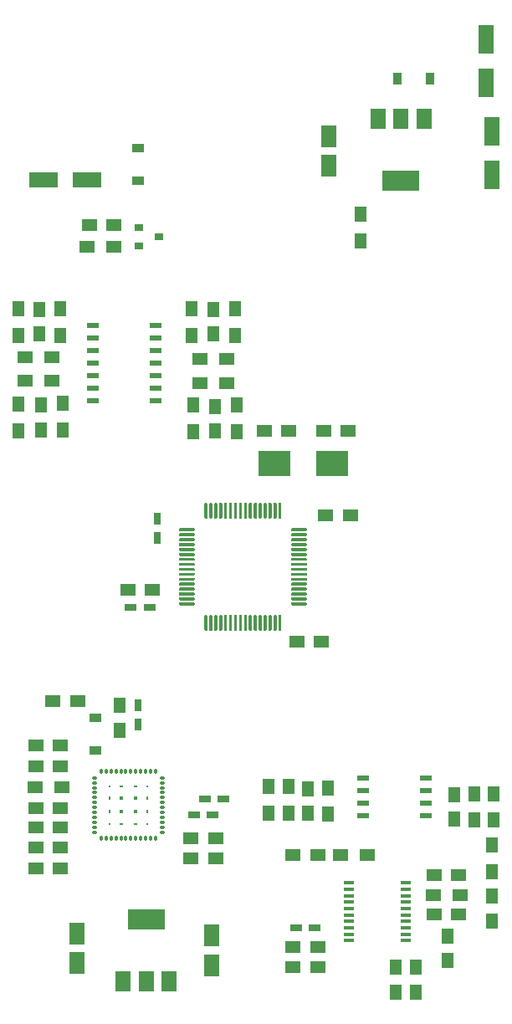
<source format=gbr>
G04 #@! TF.GenerationSoftware,KiCad,Pcbnew,(5.1.5)-3*
G04 #@! TF.CreationDate,2020-05-14T17:44:52+01:00*
G04 #@! TF.ProjectId,AddaTone Solder Stencil,41646461-546f-46e6-9520-536f6c646572,rev?*
G04 #@! TF.SameCoordinates,Original*
G04 #@! TF.FileFunction,Paste,Top*
G04 #@! TF.FilePolarity,Positive*
%FSLAX46Y46*%
G04 Gerber Fmt 4.6, Leading zero omitted, Abs format (unit mm)*
G04 Created by KiCad (PCBNEW (5.1.5)-3) date 2020-05-14 17:44:52*
%MOMM*%
%LPD*%
G04 APERTURE LIST*
%ADD10R,0.270000X0.420000*%
%ADD11R,0.420000X0.270000*%
%ADD12R,0.270000X0.270000*%
%ADD13R,0.420000X0.420000*%
%ADD14O,0.300000X0.600000*%
%ADD15O,0.600000X0.300000*%
%ADD16R,3.325000X2.500000*%
%ADD17R,0.900000X1.200000*%
%ADD18R,0.900000X0.800000*%
%ADD19R,3.000000X1.600000*%
%ADD20R,1.500000X1.250000*%
%ADD21R,1.200000X0.900000*%
%ADD22R,1.500000X1.300000*%
%ADD23R,1.200000X0.750000*%
%ADD24R,0.750000X1.200000*%
%ADD25R,1.250000X1.500000*%
%ADD26R,1.300000X1.500000*%
%ADD27R,1.600000X2.200000*%
%ADD28R,1.600000X3.000000*%
%ADD29C,0.100000*%
%ADD30R,1.143000X0.508000*%
%ADD31R,1.000000X0.400000*%
%ADD32R,1.500000X2.000000*%
%ADD33R,3.800000X2.000000*%
G04 APERTURE END LIST*
D10*
X115600000Y-135200000D03*
X115600000Y-133800000D03*
D11*
X116800000Y-136400000D03*
X118200000Y-136400000D03*
X116800000Y-132600000D03*
D10*
X119400000Y-133800000D03*
D12*
X115600000Y-136400000D03*
X119400000Y-136400000D03*
D10*
X119400000Y-135200000D03*
D12*
X119400000Y-132600000D03*
D13*
X118200000Y-135200000D03*
X118200000Y-133800000D03*
D11*
X118200000Y-132600000D03*
D13*
X116800000Y-135200000D03*
X116800000Y-133800000D03*
D12*
X115600000Y-132600000D03*
D14*
X120250000Y-137900000D03*
X119750000Y-137900000D03*
X119250000Y-137900000D03*
X118750000Y-137900001D03*
X118250000Y-137900000D03*
X117750000Y-137900000D03*
X117250000Y-137900000D03*
X116750000Y-137900000D03*
X116250000Y-137900001D03*
X115750000Y-137900000D03*
X115250000Y-137900000D03*
X114750000Y-137900000D03*
D15*
X114100000Y-137250000D03*
X114100000Y-136750000D03*
X114100000Y-136250000D03*
X114099999Y-135750000D03*
X114100000Y-135250000D03*
X114100000Y-134750000D03*
X114100000Y-134250000D03*
X114100000Y-133750000D03*
X114099999Y-133250000D03*
X114100000Y-132750000D03*
X114100000Y-132250000D03*
X114100000Y-131750000D03*
D14*
X114750000Y-131100000D03*
X115250000Y-131100000D03*
X115750000Y-131100000D03*
X116250000Y-131099999D03*
X116750000Y-131100000D03*
X117250000Y-131100000D03*
X117750000Y-131100000D03*
X118250000Y-131100000D03*
X118750000Y-131099999D03*
X119250000Y-131100000D03*
X119750000Y-131100000D03*
X120250000Y-131100000D03*
D15*
X120900000Y-131750000D03*
X120900000Y-132250000D03*
X120900000Y-132750000D03*
X120900001Y-133250000D03*
X120900000Y-133750000D03*
X120900000Y-134250000D03*
X120900000Y-134750000D03*
X120900000Y-135250000D03*
X120900001Y-135750000D03*
X120900000Y-136250000D03*
X120900000Y-136750000D03*
X120900000Y-137250000D03*
D16*
X138112500Y-99900000D03*
X132287500Y-99900000D03*
D17*
X144750000Y-61000000D03*
X148050000Y-61000000D03*
D18*
X120600000Y-77000000D03*
X118600000Y-77950000D03*
X118600000Y-76050000D03*
D19*
X108900000Y-71200000D03*
X113300000Y-71200000D03*
D20*
X113550000Y-75800000D03*
X116050000Y-75800000D03*
D21*
X118500000Y-68050000D03*
X118500000Y-71350000D03*
D22*
X116050000Y-78000000D03*
X113350000Y-78000000D03*
D23*
X134450000Y-146900000D03*
X136350000Y-146900000D03*
D24*
X120400000Y-107450000D03*
X120400000Y-105550000D03*
X118500000Y-126350000D03*
X118500000Y-124450000D03*
D23*
X125250000Y-133900000D03*
X127150000Y-133900000D03*
X124150000Y-135500000D03*
X126050000Y-135500000D03*
X119650000Y-114500000D03*
X117750000Y-114500000D03*
D22*
X107050000Y-89200000D03*
X109750000Y-89200000D03*
D25*
X135700000Y-135350000D03*
X135700000Y-132850000D03*
D26*
X131700000Y-135350000D03*
X131700000Y-132650000D03*
X152500000Y-136050000D03*
X152500000Y-133350000D03*
D22*
X138950000Y-139600000D03*
X141650000Y-139600000D03*
D20*
X137250000Y-96600000D03*
X139750000Y-96600000D03*
X131250000Y-96600000D03*
X133750000Y-96600000D03*
X119950000Y-112700000D03*
X117450000Y-112700000D03*
X110650000Y-140900000D03*
X108150000Y-140900000D03*
X134550000Y-118000000D03*
X137050000Y-118000000D03*
X139950000Y-105200000D03*
X137450000Y-105200000D03*
X108150000Y-138800000D03*
X110650000Y-138800000D03*
D25*
X116600000Y-126950000D03*
X116600000Y-124450000D03*
X146600000Y-150950000D03*
X146600000Y-153450000D03*
D20*
X109850000Y-124000000D03*
X112350000Y-124000000D03*
X108150000Y-128500000D03*
X110650000Y-128500000D03*
X150950000Y-141600000D03*
X148450000Y-141600000D03*
X136650000Y-139600000D03*
X134150000Y-139600000D03*
X110650000Y-130600000D03*
X108150000Y-130600000D03*
X123850000Y-137900000D03*
X126350000Y-137900000D03*
X110650000Y-134800000D03*
X108150000Y-134800000D03*
D25*
X144600000Y-150950000D03*
X144600000Y-153450000D03*
D20*
X134150000Y-150900000D03*
X136650000Y-150900000D03*
X110650000Y-136800000D03*
X108150000Y-136800000D03*
X126350000Y-139900000D03*
X123850000Y-139900000D03*
D25*
X126300000Y-96650000D03*
X126300000Y-94150000D03*
X126100000Y-84350000D03*
X126100000Y-86850000D03*
X108500000Y-86850000D03*
X108500000Y-84350000D03*
X108700000Y-96550000D03*
X108700000Y-94050000D03*
X149800000Y-150250000D03*
X149800000Y-147750000D03*
X154300000Y-146250000D03*
X154300000Y-143750000D03*
D20*
X150950000Y-145600000D03*
X148450000Y-145600000D03*
D25*
X150500000Y-135950000D03*
X150500000Y-133450000D03*
D27*
X137800000Y-66800000D03*
X137800000Y-69800000D03*
X125900000Y-147700000D03*
X125900000Y-150700000D03*
D28*
X153700000Y-57000000D03*
X153700000Y-61400000D03*
X154300000Y-66300000D03*
X154300000Y-70700000D03*
D27*
X112300000Y-150500000D03*
X112300000Y-147500000D03*
D20*
X136650000Y-148900000D03*
X134150000Y-148900000D03*
D21*
X114200000Y-125650000D03*
X114200000Y-128950000D03*
D26*
X141000000Y-74750000D03*
X141000000Y-77450000D03*
D22*
X108050000Y-132700000D03*
X110750000Y-132700000D03*
D26*
X128500000Y-96750000D03*
X128500000Y-94050000D03*
D22*
X124750000Y-91800000D03*
X127450000Y-91800000D03*
D26*
X128300000Y-84250000D03*
X128300000Y-86950000D03*
D22*
X124750000Y-89400000D03*
X127450000Y-89400000D03*
D26*
X106400000Y-86950000D03*
X106400000Y-84250000D03*
X106400000Y-93950000D03*
X106400000Y-96650000D03*
D22*
X107050000Y-91600000D03*
X109750000Y-91600000D03*
D26*
X124100000Y-96750000D03*
X124100000Y-94050000D03*
X123900000Y-84250000D03*
X123900000Y-86950000D03*
X110600000Y-86950000D03*
X110600000Y-84250000D03*
X110900000Y-93850000D03*
X110900000Y-96550000D03*
D22*
X148350000Y-143600000D03*
X151050000Y-143600000D03*
D26*
X154300000Y-138550000D03*
X154300000Y-141250000D03*
X133700000Y-135350000D03*
X133700000Y-132650000D03*
X137700000Y-135450000D03*
X137700000Y-132750000D03*
X154500000Y-136050000D03*
X154500000Y-133350000D03*
D29*
G36*
X132932351Y-103950361D02*
G01*
X132939632Y-103951441D01*
X132946771Y-103953229D01*
X132953701Y-103955709D01*
X132960355Y-103958856D01*
X132966668Y-103962640D01*
X132972579Y-103967024D01*
X132978033Y-103971967D01*
X132982976Y-103977421D01*
X132987360Y-103983332D01*
X132991144Y-103989645D01*
X132994291Y-103996299D01*
X132996771Y-104003229D01*
X132998559Y-104010368D01*
X132999639Y-104017649D01*
X133000000Y-104025000D01*
X133000000Y-105425000D01*
X132999639Y-105432351D01*
X132998559Y-105439632D01*
X132996771Y-105446771D01*
X132994291Y-105453701D01*
X132991144Y-105460355D01*
X132987360Y-105466668D01*
X132982976Y-105472579D01*
X132978033Y-105478033D01*
X132972579Y-105482976D01*
X132966668Y-105487360D01*
X132960355Y-105491144D01*
X132953701Y-105494291D01*
X132946771Y-105496771D01*
X132939632Y-105498559D01*
X132932351Y-105499639D01*
X132925000Y-105500000D01*
X132775000Y-105500000D01*
X132767649Y-105499639D01*
X132760368Y-105498559D01*
X132753229Y-105496771D01*
X132746299Y-105494291D01*
X132739645Y-105491144D01*
X132733332Y-105487360D01*
X132727421Y-105482976D01*
X132721967Y-105478033D01*
X132717024Y-105472579D01*
X132712640Y-105466668D01*
X132708856Y-105460355D01*
X132705709Y-105453701D01*
X132703229Y-105446771D01*
X132701441Y-105439632D01*
X132700361Y-105432351D01*
X132700000Y-105425000D01*
X132700000Y-104025000D01*
X132700361Y-104017649D01*
X132701441Y-104010368D01*
X132703229Y-104003229D01*
X132705709Y-103996299D01*
X132708856Y-103989645D01*
X132712640Y-103983332D01*
X132717024Y-103977421D01*
X132721967Y-103971967D01*
X132727421Y-103967024D01*
X132733332Y-103962640D01*
X132739645Y-103958856D01*
X132746299Y-103955709D01*
X132753229Y-103953229D01*
X132760368Y-103951441D01*
X132767649Y-103950361D01*
X132775000Y-103950000D01*
X132925000Y-103950000D01*
X132932351Y-103950361D01*
G37*
G36*
X132432351Y-103950361D02*
G01*
X132439632Y-103951441D01*
X132446771Y-103953229D01*
X132453701Y-103955709D01*
X132460355Y-103958856D01*
X132466668Y-103962640D01*
X132472579Y-103967024D01*
X132478033Y-103971967D01*
X132482976Y-103977421D01*
X132487360Y-103983332D01*
X132491144Y-103989645D01*
X132494291Y-103996299D01*
X132496771Y-104003229D01*
X132498559Y-104010368D01*
X132499639Y-104017649D01*
X132500000Y-104025000D01*
X132500000Y-105425000D01*
X132499639Y-105432351D01*
X132498559Y-105439632D01*
X132496771Y-105446771D01*
X132494291Y-105453701D01*
X132491144Y-105460355D01*
X132487360Y-105466668D01*
X132482976Y-105472579D01*
X132478033Y-105478033D01*
X132472579Y-105482976D01*
X132466668Y-105487360D01*
X132460355Y-105491144D01*
X132453701Y-105494291D01*
X132446771Y-105496771D01*
X132439632Y-105498559D01*
X132432351Y-105499639D01*
X132425000Y-105500000D01*
X132275000Y-105500000D01*
X132267649Y-105499639D01*
X132260368Y-105498559D01*
X132253229Y-105496771D01*
X132246299Y-105494291D01*
X132239645Y-105491144D01*
X132233332Y-105487360D01*
X132227421Y-105482976D01*
X132221967Y-105478033D01*
X132217024Y-105472579D01*
X132212640Y-105466668D01*
X132208856Y-105460355D01*
X132205709Y-105453701D01*
X132203229Y-105446771D01*
X132201441Y-105439632D01*
X132200361Y-105432351D01*
X132200000Y-105425000D01*
X132200000Y-104025000D01*
X132200361Y-104017649D01*
X132201441Y-104010368D01*
X132203229Y-104003229D01*
X132205709Y-103996299D01*
X132208856Y-103989645D01*
X132212640Y-103983332D01*
X132217024Y-103977421D01*
X132221967Y-103971967D01*
X132227421Y-103967024D01*
X132233332Y-103962640D01*
X132239645Y-103958856D01*
X132246299Y-103955709D01*
X132253229Y-103953229D01*
X132260368Y-103951441D01*
X132267649Y-103950361D01*
X132275000Y-103950000D01*
X132425000Y-103950000D01*
X132432351Y-103950361D01*
G37*
G36*
X131932351Y-103950361D02*
G01*
X131939632Y-103951441D01*
X131946771Y-103953229D01*
X131953701Y-103955709D01*
X131960355Y-103958856D01*
X131966668Y-103962640D01*
X131972579Y-103967024D01*
X131978033Y-103971967D01*
X131982976Y-103977421D01*
X131987360Y-103983332D01*
X131991144Y-103989645D01*
X131994291Y-103996299D01*
X131996771Y-104003229D01*
X131998559Y-104010368D01*
X131999639Y-104017649D01*
X132000000Y-104025000D01*
X132000000Y-105425000D01*
X131999639Y-105432351D01*
X131998559Y-105439632D01*
X131996771Y-105446771D01*
X131994291Y-105453701D01*
X131991144Y-105460355D01*
X131987360Y-105466668D01*
X131982976Y-105472579D01*
X131978033Y-105478033D01*
X131972579Y-105482976D01*
X131966668Y-105487360D01*
X131960355Y-105491144D01*
X131953701Y-105494291D01*
X131946771Y-105496771D01*
X131939632Y-105498559D01*
X131932351Y-105499639D01*
X131925000Y-105500000D01*
X131775000Y-105500000D01*
X131767649Y-105499639D01*
X131760368Y-105498559D01*
X131753229Y-105496771D01*
X131746299Y-105494291D01*
X131739645Y-105491144D01*
X131733332Y-105487360D01*
X131727421Y-105482976D01*
X131721967Y-105478033D01*
X131717024Y-105472579D01*
X131712640Y-105466668D01*
X131708856Y-105460355D01*
X131705709Y-105453701D01*
X131703229Y-105446771D01*
X131701441Y-105439632D01*
X131700361Y-105432351D01*
X131700000Y-105425000D01*
X131700000Y-104025000D01*
X131700361Y-104017649D01*
X131701441Y-104010368D01*
X131703229Y-104003229D01*
X131705709Y-103996299D01*
X131708856Y-103989645D01*
X131712640Y-103983332D01*
X131717024Y-103977421D01*
X131721967Y-103971967D01*
X131727421Y-103967024D01*
X131733332Y-103962640D01*
X131739645Y-103958856D01*
X131746299Y-103955709D01*
X131753229Y-103953229D01*
X131760368Y-103951441D01*
X131767649Y-103950361D01*
X131775000Y-103950000D01*
X131925000Y-103950000D01*
X131932351Y-103950361D01*
G37*
G36*
X131432351Y-103950361D02*
G01*
X131439632Y-103951441D01*
X131446771Y-103953229D01*
X131453701Y-103955709D01*
X131460355Y-103958856D01*
X131466668Y-103962640D01*
X131472579Y-103967024D01*
X131478033Y-103971967D01*
X131482976Y-103977421D01*
X131487360Y-103983332D01*
X131491144Y-103989645D01*
X131494291Y-103996299D01*
X131496771Y-104003229D01*
X131498559Y-104010368D01*
X131499639Y-104017649D01*
X131500000Y-104025000D01*
X131500000Y-105425000D01*
X131499639Y-105432351D01*
X131498559Y-105439632D01*
X131496771Y-105446771D01*
X131494291Y-105453701D01*
X131491144Y-105460355D01*
X131487360Y-105466668D01*
X131482976Y-105472579D01*
X131478033Y-105478033D01*
X131472579Y-105482976D01*
X131466668Y-105487360D01*
X131460355Y-105491144D01*
X131453701Y-105494291D01*
X131446771Y-105496771D01*
X131439632Y-105498559D01*
X131432351Y-105499639D01*
X131425000Y-105500000D01*
X131275000Y-105500000D01*
X131267649Y-105499639D01*
X131260368Y-105498559D01*
X131253229Y-105496771D01*
X131246299Y-105494291D01*
X131239645Y-105491144D01*
X131233332Y-105487360D01*
X131227421Y-105482976D01*
X131221967Y-105478033D01*
X131217024Y-105472579D01*
X131212640Y-105466668D01*
X131208856Y-105460355D01*
X131205709Y-105453701D01*
X131203229Y-105446771D01*
X131201441Y-105439632D01*
X131200361Y-105432351D01*
X131200000Y-105425000D01*
X131200000Y-104025000D01*
X131200361Y-104017649D01*
X131201441Y-104010368D01*
X131203229Y-104003229D01*
X131205709Y-103996299D01*
X131208856Y-103989645D01*
X131212640Y-103983332D01*
X131217024Y-103977421D01*
X131221967Y-103971967D01*
X131227421Y-103967024D01*
X131233332Y-103962640D01*
X131239645Y-103958856D01*
X131246299Y-103955709D01*
X131253229Y-103953229D01*
X131260368Y-103951441D01*
X131267649Y-103950361D01*
X131275000Y-103950000D01*
X131425000Y-103950000D01*
X131432351Y-103950361D01*
G37*
G36*
X130932351Y-103950361D02*
G01*
X130939632Y-103951441D01*
X130946771Y-103953229D01*
X130953701Y-103955709D01*
X130960355Y-103958856D01*
X130966668Y-103962640D01*
X130972579Y-103967024D01*
X130978033Y-103971967D01*
X130982976Y-103977421D01*
X130987360Y-103983332D01*
X130991144Y-103989645D01*
X130994291Y-103996299D01*
X130996771Y-104003229D01*
X130998559Y-104010368D01*
X130999639Y-104017649D01*
X131000000Y-104025000D01*
X131000000Y-105425000D01*
X130999639Y-105432351D01*
X130998559Y-105439632D01*
X130996771Y-105446771D01*
X130994291Y-105453701D01*
X130991144Y-105460355D01*
X130987360Y-105466668D01*
X130982976Y-105472579D01*
X130978033Y-105478033D01*
X130972579Y-105482976D01*
X130966668Y-105487360D01*
X130960355Y-105491144D01*
X130953701Y-105494291D01*
X130946771Y-105496771D01*
X130939632Y-105498559D01*
X130932351Y-105499639D01*
X130925000Y-105500000D01*
X130775000Y-105500000D01*
X130767649Y-105499639D01*
X130760368Y-105498559D01*
X130753229Y-105496771D01*
X130746299Y-105494291D01*
X130739645Y-105491144D01*
X130733332Y-105487360D01*
X130727421Y-105482976D01*
X130721967Y-105478033D01*
X130717024Y-105472579D01*
X130712640Y-105466668D01*
X130708856Y-105460355D01*
X130705709Y-105453701D01*
X130703229Y-105446771D01*
X130701441Y-105439632D01*
X130700361Y-105432351D01*
X130700000Y-105425000D01*
X130700000Y-104025000D01*
X130700361Y-104017649D01*
X130701441Y-104010368D01*
X130703229Y-104003229D01*
X130705709Y-103996299D01*
X130708856Y-103989645D01*
X130712640Y-103983332D01*
X130717024Y-103977421D01*
X130721967Y-103971967D01*
X130727421Y-103967024D01*
X130733332Y-103962640D01*
X130739645Y-103958856D01*
X130746299Y-103955709D01*
X130753229Y-103953229D01*
X130760368Y-103951441D01*
X130767649Y-103950361D01*
X130775000Y-103950000D01*
X130925000Y-103950000D01*
X130932351Y-103950361D01*
G37*
G36*
X130432351Y-103950361D02*
G01*
X130439632Y-103951441D01*
X130446771Y-103953229D01*
X130453701Y-103955709D01*
X130460355Y-103958856D01*
X130466668Y-103962640D01*
X130472579Y-103967024D01*
X130478033Y-103971967D01*
X130482976Y-103977421D01*
X130487360Y-103983332D01*
X130491144Y-103989645D01*
X130494291Y-103996299D01*
X130496771Y-104003229D01*
X130498559Y-104010368D01*
X130499639Y-104017649D01*
X130500000Y-104025000D01*
X130500000Y-105425000D01*
X130499639Y-105432351D01*
X130498559Y-105439632D01*
X130496771Y-105446771D01*
X130494291Y-105453701D01*
X130491144Y-105460355D01*
X130487360Y-105466668D01*
X130482976Y-105472579D01*
X130478033Y-105478033D01*
X130472579Y-105482976D01*
X130466668Y-105487360D01*
X130460355Y-105491144D01*
X130453701Y-105494291D01*
X130446771Y-105496771D01*
X130439632Y-105498559D01*
X130432351Y-105499639D01*
X130425000Y-105500000D01*
X130275000Y-105500000D01*
X130267649Y-105499639D01*
X130260368Y-105498559D01*
X130253229Y-105496771D01*
X130246299Y-105494291D01*
X130239645Y-105491144D01*
X130233332Y-105487360D01*
X130227421Y-105482976D01*
X130221967Y-105478033D01*
X130217024Y-105472579D01*
X130212640Y-105466668D01*
X130208856Y-105460355D01*
X130205709Y-105453701D01*
X130203229Y-105446771D01*
X130201441Y-105439632D01*
X130200361Y-105432351D01*
X130200000Y-105425000D01*
X130200000Y-104025000D01*
X130200361Y-104017649D01*
X130201441Y-104010368D01*
X130203229Y-104003229D01*
X130205709Y-103996299D01*
X130208856Y-103989645D01*
X130212640Y-103983332D01*
X130217024Y-103977421D01*
X130221967Y-103971967D01*
X130227421Y-103967024D01*
X130233332Y-103962640D01*
X130239645Y-103958856D01*
X130246299Y-103955709D01*
X130253229Y-103953229D01*
X130260368Y-103951441D01*
X130267649Y-103950361D01*
X130275000Y-103950000D01*
X130425000Y-103950000D01*
X130432351Y-103950361D01*
G37*
G36*
X129932351Y-103950361D02*
G01*
X129939632Y-103951441D01*
X129946771Y-103953229D01*
X129953701Y-103955709D01*
X129960355Y-103958856D01*
X129966668Y-103962640D01*
X129972579Y-103967024D01*
X129978033Y-103971967D01*
X129982976Y-103977421D01*
X129987360Y-103983332D01*
X129991144Y-103989645D01*
X129994291Y-103996299D01*
X129996771Y-104003229D01*
X129998559Y-104010368D01*
X129999639Y-104017649D01*
X130000000Y-104025000D01*
X130000000Y-105425000D01*
X129999639Y-105432351D01*
X129998559Y-105439632D01*
X129996771Y-105446771D01*
X129994291Y-105453701D01*
X129991144Y-105460355D01*
X129987360Y-105466668D01*
X129982976Y-105472579D01*
X129978033Y-105478033D01*
X129972579Y-105482976D01*
X129966668Y-105487360D01*
X129960355Y-105491144D01*
X129953701Y-105494291D01*
X129946771Y-105496771D01*
X129939632Y-105498559D01*
X129932351Y-105499639D01*
X129925000Y-105500000D01*
X129775000Y-105500000D01*
X129767649Y-105499639D01*
X129760368Y-105498559D01*
X129753229Y-105496771D01*
X129746299Y-105494291D01*
X129739645Y-105491144D01*
X129733332Y-105487360D01*
X129727421Y-105482976D01*
X129721967Y-105478033D01*
X129717024Y-105472579D01*
X129712640Y-105466668D01*
X129708856Y-105460355D01*
X129705709Y-105453701D01*
X129703229Y-105446771D01*
X129701441Y-105439632D01*
X129700361Y-105432351D01*
X129700000Y-105425000D01*
X129700000Y-104025000D01*
X129700361Y-104017649D01*
X129701441Y-104010368D01*
X129703229Y-104003229D01*
X129705709Y-103996299D01*
X129708856Y-103989645D01*
X129712640Y-103983332D01*
X129717024Y-103977421D01*
X129721967Y-103971967D01*
X129727421Y-103967024D01*
X129733332Y-103962640D01*
X129739645Y-103958856D01*
X129746299Y-103955709D01*
X129753229Y-103953229D01*
X129760368Y-103951441D01*
X129767649Y-103950361D01*
X129775000Y-103950000D01*
X129925000Y-103950000D01*
X129932351Y-103950361D01*
G37*
G36*
X129432351Y-103950361D02*
G01*
X129439632Y-103951441D01*
X129446771Y-103953229D01*
X129453701Y-103955709D01*
X129460355Y-103958856D01*
X129466668Y-103962640D01*
X129472579Y-103967024D01*
X129478033Y-103971967D01*
X129482976Y-103977421D01*
X129487360Y-103983332D01*
X129491144Y-103989645D01*
X129494291Y-103996299D01*
X129496771Y-104003229D01*
X129498559Y-104010368D01*
X129499639Y-104017649D01*
X129500000Y-104025000D01*
X129500000Y-105425000D01*
X129499639Y-105432351D01*
X129498559Y-105439632D01*
X129496771Y-105446771D01*
X129494291Y-105453701D01*
X129491144Y-105460355D01*
X129487360Y-105466668D01*
X129482976Y-105472579D01*
X129478033Y-105478033D01*
X129472579Y-105482976D01*
X129466668Y-105487360D01*
X129460355Y-105491144D01*
X129453701Y-105494291D01*
X129446771Y-105496771D01*
X129439632Y-105498559D01*
X129432351Y-105499639D01*
X129425000Y-105500000D01*
X129275000Y-105500000D01*
X129267649Y-105499639D01*
X129260368Y-105498559D01*
X129253229Y-105496771D01*
X129246299Y-105494291D01*
X129239645Y-105491144D01*
X129233332Y-105487360D01*
X129227421Y-105482976D01*
X129221967Y-105478033D01*
X129217024Y-105472579D01*
X129212640Y-105466668D01*
X129208856Y-105460355D01*
X129205709Y-105453701D01*
X129203229Y-105446771D01*
X129201441Y-105439632D01*
X129200361Y-105432351D01*
X129200000Y-105425000D01*
X129200000Y-104025000D01*
X129200361Y-104017649D01*
X129201441Y-104010368D01*
X129203229Y-104003229D01*
X129205709Y-103996299D01*
X129208856Y-103989645D01*
X129212640Y-103983332D01*
X129217024Y-103977421D01*
X129221967Y-103971967D01*
X129227421Y-103967024D01*
X129233332Y-103962640D01*
X129239645Y-103958856D01*
X129246299Y-103955709D01*
X129253229Y-103953229D01*
X129260368Y-103951441D01*
X129267649Y-103950361D01*
X129275000Y-103950000D01*
X129425000Y-103950000D01*
X129432351Y-103950361D01*
G37*
G36*
X128932351Y-103950361D02*
G01*
X128939632Y-103951441D01*
X128946771Y-103953229D01*
X128953701Y-103955709D01*
X128960355Y-103958856D01*
X128966668Y-103962640D01*
X128972579Y-103967024D01*
X128978033Y-103971967D01*
X128982976Y-103977421D01*
X128987360Y-103983332D01*
X128991144Y-103989645D01*
X128994291Y-103996299D01*
X128996771Y-104003229D01*
X128998559Y-104010368D01*
X128999639Y-104017649D01*
X129000000Y-104025000D01*
X129000000Y-105425000D01*
X128999639Y-105432351D01*
X128998559Y-105439632D01*
X128996771Y-105446771D01*
X128994291Y-105453701D01*
X128991144Y-105460355D01*
X128987360Y-105466668D01*
X128982976Y-105472579D01*
X128978033Y-105478033D01*
X128972579Y-105482976D01*
X128966668Y-105487360D01*
X128960355Y-105491144D01*
X128953701Y-105494291D01*
X128946771Y-105496771D01*
X128939632Y-105498559D01*
X128932351Y-105499639D01*
X128925000Y-105500000D01*
X128775000Y-105500000D01*
X128767649Y-105499639D01*
X128760368Y-105498559D01*
X128753229Y-105496771D01*
X128746299Y-105494291D01*
X128739645Y-105491144D01*
X128733332Y-105487360D01*
X128727421Y-105482976D01*
X128721967Y-105478033D01*
X128717024Y-105472579D01*
X128712640Y-105466668D01*
X128708856Y-105460355D01*
X128705709Y-105453701D01*
X128703229Y-105446771D01*
X128701441Y-105439632D01*
X128700361Y-105432351D01*
X128700000Y-105425000D01*
X128700000Y-104025000D01*
X128700361Y-104017649D01*
X128701441Y-104010368D01*
X128703229Y-104003229D01*
X128705709Y-103996299D01*
X128708856Y-103989645D01*
X128712640Y-103983332D01*
X128717024Y-103977421D01*
X128721967Y-103971967D01*
X128727421Y-103967024D01*
X128733332Y-103962640D01*
X128739645Y-103958856D01*
X128746299Y-103955709D01*
X128753229Y-103953229D01*
X128760368Y-103951441D01*
X128767649Y-103950361D01*
X128775000Y-103950000D01*
X128925000Y-103950000D01*
X128932351Y-103950361D01*
G37*
G36*
X128432351Y-103950361D02*
G01*
X128439632Y-103951441D01*
X128446771Y-103953229D01*
X128453701Y-103955709D01*
X128460355Y-103958856D01*
X128466668Y-103962640D01*
X128472579Y-103967024D01*
X128478033Y-103971967D01*
X128482976Y-103977421D01*
X128487360Y-103983332D01*
X128491144Y-103989645D01*
X128494291Y-103996299D01*
X128496771Y-104003229D01*
X128498559Y-104010368D01*
X128499639Y-104017649D01*
X128500000Y-104025000D01*
X128500000Y-105425000D01*
X128499639Y-105432351D01*
X128498559Y-105439632D01*
X128496771Y-105446771D01*
X128494291Y-105453701D01*
X128491144Y-105460355D01*
X128487360Y-105466668D01*
X128482976Y-105472579D01*
X128478033Y-105478033D01*
X128472579Y-105482976D01*
X128466668Y-105487360D01*
X128460355Y-105491144D01*
X128453701Y-105494291D01*
X128446771Y-105496771D01*
X128439632Y-105498559D01*
X128432351Y-105499639D01*
X128425000Y-105500000D01*
X128275000Y-105500000D01*
X128267649Y-105499639D01*
X128260368Y-105498559D01*
X128253229Y-105496771D01*
X128246299Y-105494291D01*
X128239645Y-105491144D01*
X128233332Y-105487360D01*
X128227421Y-105482976D01*
X128221967Y-105478033D01*
X128217024Y-105472579D01*
X128212640Y-105466668D01*
X128208856Y-105460355D01*
X128205709Y-105453701D01*
X128203229Y-105446771D01*
X128201441Y-105439632D01*
X128200361Y-105432351D01*
X128200000Y-105425000D01*
X128200000Y-104025000D01*
X128200361Y-104017649D01*
X128201441Y-104010368D01*
X128203229Y-104003229D01*
X128205709Y-103996299D01*
X128208856Y-103989645D01*
X128212640Y-103983332D01*
X128217024Y-103977421D01*
X128221967Y-103971967D01*
X128227421Y-103967024D01*
X128233332Y-103962640D01*
X128239645Y-103958856D01*
X128246299Y-103955709D01*
X128253229Y-103953229D01*
X128260368Y-103951441D01*
X128267649Y-103950361D01*
X128275000Y-103950000D01*
X128425000Y-103950000D01*
X128432351Y-103950361D01*
G37*
G36*
X127932351Y-103950361D02*
G01*
X127939632Y-103951441D01*
X127946771Y-103953229D01*
X127953701Y-103955709D01*
X127960355Y-103958856D01*
X127966668Y-103962640D01*
X127972579Y-103967024D01*
X127978033Y-103971967D01*
X127982976Y-103977421D01*
X127987360Y-103983332D01*
X127991144Y-103989645D01*
X127994291Y-103996299D01*
X127996771Y-104003229D01*
X127998559Y-104010368D01*
X127999639Y-104017649D01*
X128000000Y-104025000D01*
X128000000Y-105425000D01*
X127999639Y-105432351D01*
X127998559Y-105439632D01*
X127996771Y-105446771D01*
X127994291Y-105453701D01*
X127991144Y-105460355D01*
X127987360Y-105466668D01*
X127982976Y-105472579D01*
X127978033Y-105478033D01*
X127972579Y-105482976D01*
X127966668Y-105487360D01*
X127960355Y-105491144D01*
X127953701Y-105494291D01*
X127946771Y-105496771D01*
X127939632Y-105498559D01*
X127932351Y-105499639D01*
X127925000Y-105500000D01*
X127775000Y-105500000D01*
X127767649Y-105499639D01*
X127760368Y-105498559D01*
X127753229Y-105496771D01*
X127746299Y-105494291D01*
X127739645Y-105491144D01*
X127733332Y-105487360D01*
X127727421Y-105482976D01*
X127721967Y-105478033D01*
X127717024Y-105472579D01*
X127712640Y-105466668D01*
X127708856Y-105460355D01*
X127705709Y-105453701D01*
X127703229Y-105446771D01*
X127701441Y-105439632D01*
X127700361Y-105432351D01*
X127700000Y-105425000D01*
X127700000Y-104025000D01*
X127700361Y-104017649D01*
X127701441Y-104010368D01*
X127703229Y-104003229D01*
X127705709Y-103996299D01*
X127708856Y-103989645D01*
X127712640Y-103983332D01*
X127717024Y-103977421D01*
X127721967Y-103971967D01*
X127727421Y-103967024D01*
X127733332Y-103962640D01*
X127739645Y-103958856D01*
X127746299Y-103955709D01*
X127753229Y-103953229D01*
X127760368Y-103951441D01*
X127767649Y-103950361D01*
X127775000Y-103950000D01*
X127925000Y-103950000D01*
X127932351Y-103950361D01*
G37*
G36*
X127432351Y-103950361D02*
G01*
X127439632Y-103951441D01*
X127446771Y-103953229D01*
X127453701Y-103955709D01*
X127460355Y-103958856D01*
X127466668Y-103962640D01*
X127472579Y-103967024D01*
X127478033Y-103971967D01*
X127482976Y-103977421D01*
X127487360Y-103983332D01*
X127491144Y-103989645D01*
X127494291Y-103996299D01*
X127496771Y-104003229D01*
X127498559Y-104010368D01*
X127499639Y-104017649D01*
X127500000Y-104025000D01*
X127500000Y-105425000D01*
X127499639Y-105432351D01*
X127498559Y-105439632D01*
X127496771Y-105446771D01*
X127494291Y-105453701D01*
X127491144Y-105460355D01*
X127487360Y-105466668D01*
X127482976Y-105472579D01*
X127478033Y-105478033D01*
X127472579Y-105482976D01*
X127466668Y-105487360D01*
X127460355Y-105491144D01*
X127453701Y-105494291D01*
X127446771Y-105496771D01*
X127439632Y-105498559D01*
X127432351Y-105499639D01*
X127425000Y-105500000D01*
X127275000Y-105500000D01*
X127267649Y-105499639D01*
X127260368Y-105498559D01*
X127253229Y-105496771D01*
X127246299Y-105494291D01*
X127239645Y-105491144D01*
X127233332Y-105487360D01*
X127227421Y-105482976D01*
X127221967Y-105478033D01*
X127217024Y-105472579D01*
X127212640Y-105466668D01*
X127208856Y-105460355D01*
X127205709Y-105453701D01*
X127203229Y-105446771D01*
X127201441Y-105439632D01*
X127200361Y-105432351D01*
X127200000Y-105425000D01*
X127200000Y-104025000D01*
X127200361Y-104017649D01*
X127201441Y-104010368D01*
X127203229Y-104003229D01*
X127205709Y-103996299D01*
X127208856Y-103989645D01*
X127212640Y-103983332D01*
X127217024Y-103977421D01*
X127221967Y-103971967D01*
X127227421Y-103967024D01*
X127233332Y-103962640D01*
X127239645Y-103958856D01*
X127246299Y-103955709D01*
X127253229Y-103953229D01*
X127260368Y-103951441D01*
X127267649Y-103950361D01*
X127275000Y-103950000D01*
X127425000Y-103950000D01*
X127432351Y-103950361D01*
G37*
G36*
X126932351Y-103950361D02*
G01*
X126939632Y-103951441D01*
X126946771Y-103953229D01*
X126953701Y-103955709D01*
X126960355Y-103958856D01*
X126966668Y-103962640D01*
X126972579Y-103967024D01*
X126978033Y-103971967D01*
X126982976Y-103977421D01*
X126987360Y-103983332D01*
X126991144Y-103989645D01*
X126994291Y-103996299D01*
X126996771Y-104003229D01*
X126998559Y-104010368D01*
X126999639Y-104017649D01*
X127000000Y-104025000D01*
X127000000Y-105425000D01*
X126999639Y-105432351D01*
X126998559Y-105439632D01*
X126996771Y-105446771D01*
X126994291Y-105453701D01*
X126991144Y-105460355D01*
X126987360Y-105466668D01*
X126982976Y-105472579D01*
X126978033Y-105478033D01*
X126972579Y-105482976D01*
X126966668Y-105487360D01*
X126960355Y-105491144D01*
X126953701Y-105494291D01*
X126946771Y-105496771D01*
X126939632Y-105498559D01*
X126932351Y-105499639D01*
X126925000Y-105500000D01*
X126775000Y-105500000D01*
X126767649Y-105499639D01*
X126760368Y-105498559D01*
X126753229Y-105496771D01*
X126746299Y-105494291D01*
X126739645Y-105491144D01*
X126733332Y-105487360D01*
X126727421Y-105482976D01*
X126721967Y-105478033D01*
X126717024Y-105472579D01*
X126712640Y-105466668D01*
X126708856Y-105460355D01*
X126705709Y-105453701D01*
X126703229Y-105446771D01*
X126701441Y-105439632D01*
X126700361Y-105432351D01*
X126700000Y-105425000D01*
X126700000Y-104025000D01*
X126700361Y-104017649D01*
X126701441Y-104010368D01*
X126703229Y-104003229D01*
X126705709Y-103996299D01*
X126708856Y-103989645D01*
X126712640Y-103983332D01*
X126717024Y-103977421D01*
X126721967Y-103971967D01*
X126727421Y-103967024D01*
X126733332Y-103962640D01*
X126739645Y-103958856D01*
X126746299Y-103955709D01*
X126753229Y-103953229D01*
X126760368Y-103951441D01*
X126767649Y-103950361D01*
X126775000Y-103950000D01*
X126925000Y-103950000D01*
X126932351Y-103950361D01*
G37*
G36*
X126432351Y-103950361D02*
G01*
X126439632Y-103951441D01*
X126446771Y-103953229D01*
X126453701Y-103955709D01*
X126460355Y-103958856D01*
X126466668Y-103962640D01*
X126472579Y-103967024D01*
X126478033Y-103971967D01*
X126482976Y-103977421D01*
X126487360Y-103983332D01*
X126491144Y-103989645D01*
X126494291Y-103996299D01*
X126496771Y-104003229D01*
X126498559Y-104010368D01*
X126499639Y-104017649D01*
X126500000Y-104025000D01*
X126500000Y-105425000D01*
X126499639Y-105432351D01*
X126498559Y-105439632D01*
X126496771Y-105446771D01*
X126494291Y-105453701D01*
X126491144Y-105460355D01*
X126487360Y-105466668D01*
X126482976Y-105472579D01*
X126478033Y-105478033D01*
X126472579Y-105482976D01*
X126466668Y-105487360D01*
X126460355Y-105491144D01*
X126453701Y-105494291D01*
X126446771Y-105496771D01*
X126439632Y-105498559D01*
X126432351Y-105499639D01*
X126425000Y-105500000D01*
X126275000Y-105500000D01*
X126267649Y-105499639D01*
X126260368Y-105498559D01*
X126253229Y-105496771D01*
X126246299Y-105494291D01*
X126239645Y-105491144D01*
X126233332Y-105487360D01*
X126227421Y-105482976D01*
X126221967Y-105478033D01*
X126217024Y-105472579D01*
X126212640Y-105466668D01*
X126208856Y-105460355D01*
X126205709Y-105453701D01*
X126203229Y-105446771D01*
X126201441Y-105439632D01*
X126200361Y-105432351D01*
X126200000Y-105425000D01*
X126200000Y-104025000D01*
X126200361Y-104017649D01*
X126201441Y-104010368D01*
X126203229Y-104003229D01*
X126205709Y-103996299D01*
X126208856Y-103989645D01*
X126212640Y-103983332D01*
X126217024Y-103977421D01*
X126221967Y-103971967D01*
X126227421Y-103967024D01*
X126233332Y-103962640D01*
X126239645Y-103958856D01*
X126246299Y-103955709D01*
X126253229Y-103953229D01*
X126260368Y-103951441D01*
X126267649Y-103950361D01*
X126275000Y-103950000D01*
X126425000Y-103950000D01*
X126432351Y-103950361D01*
G37*
G36*
X125932351Y-103950361D02*
G01*
X125939632Y-103951441D01*
X125946771Y-103953229D01*
X125953701Y-103955709D01*
X125960355Y-103958856D01*
X125966668Y-103962640D01*
X125972579Y-103967024D01*
X125978033Y-103971967D01*
X125982976Y-103977421D01*
X125987360Y-103983332D01*
X125991144Y-103989645D01*
X125994291Y-103996299D01*
X125996771Y-104003229D01*
X125998559Y-104010368D01*
X125999639Y-104017649D01*
X126000000Y-104025000D01*
X126000000Y-105425000D01*
X125999639Y-105432351D01*
X125998559Y-105439632D01*
X125996771Y-105446771D01*
X125994291Y-105453701D01*
X125991144Y-105460355D01*
X125987360Y-105466668D01*
X125982976Y-105472579D01*
X125978033Y-105478033D01*
X125972579Y-105482976D01*
X125966668Y-105487360D01*
X125960355Y-105491144D01*
X125953701Y-105494291D01*
X125946771Y-105496771D01*
X125939632Y-105498559D01*
X125932351Y-105499639D01*
X125925000Y-105500000D01*
X125775000Y-105500000D01*
X125767649Y-105499639D01*
X125760368Y-105498559D01*
X125753229Y-105496771D01*
X125746299Y-105494291D01*
X125739645Y-105491144D01*
X125733332Y-105487360D01*
X125727421Y-105482976D01*
X125721967Y-105478033D01*
X125717024Y-105472579D01*
X125712640Y-105466668D01*
X125708856Y-105460355D01*
X125705709Y-105453701D01*
X125703229Y-105446771D01*
X125701441Y-105439632D01*
X125700361Y-105432351D01*
X125700000Y-105425000D01*
X125700000Y-104025000D01*
X125700361Y-104017649D01*
X125701441Y-104010368D01*
X125703229Y-104003229D01*
X125705709Y-103996299D01*
X125708856Y-103989645D01*
X125712640Y-103983332D01*
X125717024Y-103977421D01*
X125721967Y-103971967D01*
X125727421Y-103967024D01*
X125733332Y-103962640D01*
X125739645Y-103958856D01*
X125746299Y-103955709D01*
X125753229Y-103953229D01*
X125760368Y-103951441D01*
X125767649Y-103950361D01*
X125775000Y-103950000D01*
X125925000Y-103950000D01*
X125932351Y-103950361D01*
G37*
G36*
X125432351Y-103950361D02*
G01*
X125439632Y-103951441D01*
X125446771Y-103953229D01*
X125453701Y-103955709D01*
X125460355Y-103958856D01*
X125466668Y-103962640D01*
X125472579Y-103967024D01*
X125478033Y-103971967D01*
X125482976Y-103977421D01*
X125487360Y-103983332D01*
X125491144Y-103989645D01*
X125494291Y-103996299D01*
X125496771Y-104003229D01*
X125498559Y-104010368D01*
X125499639Y-104017649D01*
X125500000Y-104025000D01*
X125500000Y-105425000D01*
X125499639Y-105432351D01*
X125498559Y-105439632D01*
X125496771Y-105446771D01*
X125494291Y-105453701D01*
X125491144Y-105460355D01*
X125487360Y-105466668D01*
X125482976Y-105472579D01*
X125478033Y-105478033D01*
X125472579Y-105482976D01*
X125466668Y-105487360D01*
X125460355Y-105491144D01*
X125453701Y-105494291D01*
X125446771Y-105496771D01*
X125439632Y-105498559D01*
X125432351Y-105499639D01*
X125425000Y-105500000D01*
X125275000Y-105500000D01*
X125267649Y-105499639D01*
X125260368Y-105498559D01*
X125253229Y-105496771D01*
X125246299Y-105494291D01*
X125239645Y-105491144D01*
X125233332Y-105487360D01*
X125227421Y-105482976D01*
X125221967Y-105478033D01*
X125217024Y-105472579D01*
X125212640Y-105466668D01*
X125208856Y-105460355D01*
X125205709Y-105453701D01*
X125203229Y-105446771D01*
X125201441Y-105439632D01*
X125200361Y-105432351D01*
X125200000Y-105425000D01*
X125200000Y-104025000D01*
X125200361Y-104017649D01*
X125201441Y-104010368D01*
X125203229Y-104003229D01*
X125205709Y-103996299D01*
X125208856Y-103989645D01*
X125212640Y-103983332D01*
X125217024Y-103977421D01*
X125221967Y-103971967D01*
X125227421Y-103967024D01*
X125233332Y-103962640D01*
X125239645Y-103958856D01*
X125246299Y-103955709D01*
X125253229Y-103953229D01*
X125260368Y-103951441D01*
X125267649Y-103950361D01*
X125275000Y-103950000D01*
X125425000Y-103950000D01*
X125432351Y-103950361D01*
G37*
G36*
X124132351Y-106500361D02*
G01*
X124139632Y-106501441D01*
X124146771Y-106503229D01*
X124153701Y-106505709D01*
X124160355Y-106508856D01*
X124166668Y-106512640D01*
X124172579Y-106517024D01*
X124178033Y-106521967D01*
X124182976Y-106527421D01*
X124187360Y-106533332D01*
X124191144Y-106539645D01*
X124194291Y-106546299D01*
X124196771Y-106553229D01*
X124198559Y-106560368D01*
X124199639Y-106567649D01*
X124200000Y-106575000D01*
X124200000Y-106725000D01*
X124199639Y-106732351D01*
X124198559Y-106739632D01*
X124196771Y-106746771D01*
X124194291Y-106753701D01*
X124191144Y-106760355D01*
X124187360Y-106766668D01*
X124182976Y-106772579D01*
X124178033Y-106778033D01*
X124172579Y-106782976D01*
X124166668Y-106787360D01*
X124160355Y-106791144D01*
X124153701Y-106794291D01*
X124146771Y-106796771D01*
X124139632Y-106798559D01*
X124132351Y-106799639D01*
X124125000Y-106800000D01*
X122725000Y-106800000D01*
X122717649Y-106799639D01*
X122710368Y-106798559D01*
X122703229Y-106796771D01*
X122696299Y-106794291D01*
X122689645Y-106791144D01*
X122683332Y-106787360D01*
X122677421Y-106782976D01*
X122671967Y-106778033D01*
X122667024Y-106772579D01*
X122662640Y-106766668D01*
X122658856Y-106760355D01*
X122655709Y-106753701D01*
X122653229Y-106746771D01*
X122651441Y-106739632D01*
X122650361Y-106732351D01*
X122650000Y-106725000D01*
X122650000Y-106575000D01*
X122650361Y-106567649D01*
X122651441Y-106560368D01*
X122653229Y-106553229D01*
X122655709Y-106546299D01*
X122658856Y-106539645D01*
X122662640Y-106533332D01*
X122667024Y-106527421D01*
X122671967Y-106521967D01*
X122677421Y-106517024D01*
X122683332Y-106512640D01*
X122689645Y-106508856D01*
X122696299Y-106505709D01*
X122703229Y-106503229D01*
X122710368Y-106501441D01*
X122717649Y-106500361D01*
X122725000Y-106500000D01*
X124125000Y-106500000D01*
X124132351Y-106500361D01*
G37*
G36*
X124132351Y-107000361D02*
G01*
X124139632Y-107001441D01*
X124146771Y-107003229D01*
X124153701Y-107005709D01*
X124160355Y-107008856D01*
X124166668Y-107012640D01*
X124172579Y-107017024D01*
X124178033Y-107021967D01*
X124182976Y-107027421D01*
X124187360Y-107033332D01*
X124191144Y-107039645D01*
X124194291Y-107046299D01*
X124196771Y-107053229D01*
X124198559Y-107060368D01*
X124199639Y-107067649D01*
X124200000Y-107075000D01*
X124200000Y-107225000D01*
X124199639Y-107232351D01*
X124198559Y-107239632D01*
X124196771Y-107246771D01*
X124194291Y-107253701D01*
X124191144Y-107260355D01*
X124187360Y-107266668D01*
X124182976Y-107272579D01*
X124178033Y-107278033D01*
X124172579Y-107282976D01*
X124166668Y-107287360D01*
X124160355Y-107291144D01*
X124153701Y-107294291D01*
X124146771Y-107296771D01*
X124139632Y-107298559D01*
X124132351Y-107299639D01*
X124125000Y-107300000D01*
X122725000Y-107300000D01*
X122717649Y-107299639D01*
X122710368Y-107298559D01*
X122703229Y-107296771D01*
X122696299Y-107294291D01*
X122689645Y-107291144D01*
X122683332Y-107287360D01*
X122677421Y-107282976D01*
X122671967Y-107278033D01*
X122667024Y-107272579D01*
X122662640Y-107266668D01*
X122658856Y-107260355D01*
X122655709Y-107253701D01*
X122653229Y-107246771D01*
X122651441Y-107239632D01*
X122650361Y-107232351D01*
X122650000Y-107225000D01*
X122650000Y-107075000D01*
X122650361Y-107067649D01*
X122651441Y-107060368D01*
X122653229Y-107053229D01*
X122655709Y-107046299D01*
X122658856Y-107039645D01*
X122662640Y-107033332D01*
X122667024Y-107027421D01*
X122671967Y-107021967D01*
X122677421Y-107017024D01*
X122683332Y-107012640D01*
X122689645Y-107008856D01*
X122696299Y-107005709D01*
X122703229Y-107003229D01*
X122710368Y-107001441D01*
X122717649Y-107000361D01*
X122725000Y-107000000D01*
X124125000Y-107000000D01*
X124132351Y-107000361D01*
G37*
G36*
X124132351Y-107500361D02*
G01*
X124139632Y-107501441D01*
X124146771Y-107503229D01*
X124153701Y-107505709D01*
X124160355Y-107508856D01*
X124166668Y-107512640D01*
X124172579Y-107517024D01*
X124178033Y-107521967D01*
X124182976Y-107527421D01*
X124187360Y-107533332D01*
X124191144Y-107539645D01*
X124194291Y-107546299D01*
X124196771Y-107553229D01*
X124198559Y-107560368D01*
X124199639Y-107567649D01*
X124200000Y-107575000D01*
X124200000Y-107725000D01*
X124199639Y-107732351D01*
X124198559Y-107739632D01*
X124196771Y-107746771D01*
X124194291Y-107753701D01*
X124191144Y-107760355D01*
X124187360Y-107766668D01*
X124182976Y-107772579D01*
X124178033Y-107778033D01*
X124172579Y-107782976D01*
X124166668Y-107787360D01*
X124160355Y-107791144D01*
X124153701Y-107794291D01*
X124146771Y-107796771D01*
X124139632Y-107798559D01*
X124132351Y-107799639D01*
X124125000Y-107800000D01*
X122725000Y-107800000D01*
X122717649Y-107799639D01*
X122710368Y-107798559D01*
X122703229Y-107796771D01*
X122696299Y-107794291D01*
X122689645Y-107791144D01*
X122683332Y-107787360D01*
X122677421Y-107782976D01*
X122671967Y-107778033D01*
X122667024Y-107772579D01*
X122662640Y-107766668D01*
X122658856Y-107760355D01*
X122655709Y-107753701D01*
X122653229Y-107746771D01*
X122651441Y-107739632D01*
X122650361Y-107732351D01*
X122650000Y-107725000D01*
X122650000Y-107575000D01*
X122650361Y-107567649D01*
X122651441Y-107560368D01*
X122653229Y-107553229D01*
X122655709Y-107546299D01*
X122658856Y-107539645D01*
X122662640Y-107533332D01*
X122667024Y-107527421D01*
X122671967Y-107521967D01*
X122677421Y-107517024D01*
X122683332Y-107512640D01*
X122689645Y-107508856D01*
X122696299Y-107505709D01*
X122703229Y-107503229D01*
X122710368Y-107501441D01*
X122717649Y-107500361D01*
X122725000Y-107500000D01*
X124125000Y-107500000D01*
X124132351Y-107500361D01*
G37*
G36*
X124132351Y-108000361D02*
G01*
X124139632Y-108001441D01*
X124146771Y-108003229D01*
X124153701Y-108005709D01*
X124160355Y-108008856D01*
X124166668Y-108012640D01*
X124172579Y-108017024D01*
X124178033Y-108021967D01*
X124182976Y-108027421D01*
X124187360Y-108033332D01*
X124191144Y-108039645D01*
X124194291Y-108046299D01*
X124196771Y-108053229D01*
X124198559Y-108060368D01*
X124199639Y-108067649D01*
X124200000Y-108075000D01*
X124200000Y-108225000D01*
X124199639Y-108232351D01*
X124198559Y-108239632D01*
X124196771Y-108246771D01*
X124194291Y-108253701D01*
X124191144Y-108260355D01*
X124187360Y-108266668D01*
X124182976Y-108272579D01*
X124178033Y-108278033D01*
X124172579Y-108282976D01*
X124166668Y-108287360D01*
X124160355Y-108291144D01*
X124153701Y-108294291D01*
X124146771Y-108296771D01*
X124139632Y-108298559D01*
X124132351Y-108299639D01*
X124125000Y-108300000D01*
X122725000Y-108300000D01*
X122717649Y-108299639D01*
X122710368Y-108298559D01*
X122703229Y-108296771D01*
X122696299Y-108294291D01*
X122689645Y-108291144D01*
X122683332Y-108287360D01*
X122677421Y-108282976D01*
X122671967Y-108278033D01*
X122667024Y-108272579D01*
X122662640Y-108266668D01*
X122658856Y-108260355D01*
X122655709Y-108253701D01*
X122653229Y-108246771D01*
X122651441Y-108239632D01*
X122650361Y-108232351D01*
X122650000Y-108225000D01*
X122650000Y-108075000D01*
X122650361Y-108067649D01*
X122651441Y-108060368D01*
X122653229Y-108053229D01*
X122655709Y-108046299D01*
X122658856Y-108039645D01*
X122662640Y-108033332D01*
X122667024Y-108027421D01*
X122671967Y-108021967D01*
X122677421Y-108017024D01*
X122683332Y-108012640D01*
X122689645Y-108008856D01*
X122696299Y-108005709D01*
X122703229Y-108003229D01*
X122710368Y-108001441D01*
X122717649Y-108000361D01*
X122725000Y-108000000D01*
X124125000Y-108000000D01*
X124132351Y-108000361D01*
G37*
G36*
X124132351Y-108500361D02*
G01*
X124139632Y-108501441D01*
X124146771Y-108503229D01*
X124153701Y-108505709D01*
X124160355Y-108508856D01*
X124166668Y-108512640D01*
X124172579Y-108517024D01*
X124178033Y-108521967D01*
X124182976Y-108527421D01*
X124187360Y-108533332D01*
X124191144Y-108539645D01*
X124194291Y-108546299D01*
X124196771Y-108553229D01*
X124198559Y-108560368D01*
X124199639Y-108567649D01*
X124200000Y-108575000D01*
X124200000Y-108725000D01*
X124199639Y-108732351D01*
X124198559Y-108739632D01*
X124196771Y-108746771D01*
X124194291Y-108753701D01*
X124191144Y-108760355D01*
X124187360Y-108766668D01*
X124182976Y-108772579D01*
X124178033Y-108778033D01*
X124172579Y-108782976D01*
X124166668Y-108787360D01*
X124160355Y-108791144D01*
X124153701Y-108794291D01*
X124146771Y-108796771D01*
X124139632Y-108798559D01*
X124132351Y-108799639D01*
X124125000Y-108800000D01*
X122725000Y-108800000D01*
X122717649Y-108799639D01*
X122710368Y-108798559D01*
X122703229Y-108796771D01*
X122696299Y-108794291D01*
X122689645Y-108791144D01*
X122683332Y-108787360D01*
X122677421Y-108782976D01*
X122671967Y-108778033D01*
X122667024Y-108772579D01*
X122662640Y-108766668D01*
X122658856Y-108760355D01*
X122655709Y-108753701D01*
X122653229Y-108746771D01*
X122651441Y-108739632D01*
X122650361Y-108732351D01*
X122650000Y-108725000D01*
X122650000Y-108575000D01*
X122650361Y-108567649D01*
X122651441Y-108560368D01*
X122653229Y-108553229D01*
X122655709Y-108546299D01*
X122658856Y-108539645D01*
X122662640Y-108533332D01*
X122667024Y-108527421D01*
X122671967Y-108521967D01*
X122677421Y-108517024D01*
X122683332Y-108512640D01*
X122689645Y-108508856D01*
X122696299Y-108505709D01*
X122703229Y-108503229D01*
X122710368Y-108501441D01*
X122717649Y-108500361D01*
X122725000Y-108500000D01*
X124125000Y-108500000D01*
X124132351Y-108500361D01*
G37*
G36*
X124132351Y-109000361D02*
G01*
X124139632Y-109001441D01*
X124146771Y-109003229D01*
X124153701Y-109005709D01*
X124160355Y-109008856D01*
X124166668Y-109012640D01*
X124172579Y-109017024D01*
X124178033Y-109021967D01*
X124182976Y-109027421D01*
X124187360Y-109033332D01*
X124191144Y-109039645D01*
X124194291Y-109046299D01*
X124196771Y-109053229D01*
X124198559Y-109060368D01*
X124199639Y-109067649D01*
X124200000Y-109075000D01*
X124200000Y-109225000D01*
X124199639Y-109232351D01*
X124198559Y-109239632D01*
X124196771Y-109246771D01*
X124194291Y-109253701D01*
X124191144Y-109260355D01*
X124187360Y-109266668D01*
X124182976Y-109272579D01*
X124178033Y-109278033D01*
X124172579Y-109282976D01*
X124166668Y-109287360D01*
X124160355Y-109291144D01*
X124153701Y-109294291D01*
X124146771Y-109296771D01*
X124139632Y-109298559D01*
X124132351Y-109299639D01*
X124125000Y-109300000D01*
X122725000Y-109300000D01*
X122717649Y-109299639D01*
X122710368Y-109298559D01*
X122703229Y-109296771D01*
X122696299Y-109294291D01*
X122689645Y-109291144D01*
X122683332Y-109287360D01*
X122677421Y-109282976D01*
X122671967Y-109278033D01*
X122667024Y-109272579D01*
X122662640Y-109266668D01*
X122658856Y-109260355D01*
X122655709Y-109253701D01*
X122653229Y-109246771D01*
X122651441Y-109239632D01*
X122650361Y-109232351D01*
X122650000Y-109225000D01*
X122650000Y-109075000D01*
X122650361Y-109067649D01*
X122651441Y-109060368D01*
X122653229Y-109053229D01*
X122655709Y-109046299D01*
X122658856Y-109039645D01*
X122662640Y-109033332D01*
X122667024Y-109027421D01*
X122671967Y-109021967D01*
X122677421Y-109017024D01*
X122683332Y-109012640D01*
X122689645Y-109008856D01*
X122696299Y-109005709D01*
X122703229Y-109003229D01*
X122710368Y-109001441D01*
X122717649Y-109000361D01*
X122725000Y-109000000D01*
X124125000Y-109000000D01*
X124132351Y-109000361D01*
G37*
G36*
X124132351Y-109500361D02*
G01*
X124139632Y-109501441D01*
X124146771Y-109503229D01*
X124153701Y-109505709D01*
X124160355Y-109508856D01*
X124166668Y-109512640D01*
X124172579Y-109517024D01*
X124178033Y-109521967D01*
X124182976Y-109527421D01*
X124187360Y-109533332D01*
X124191144Y-109539645D01*
X124194291Y-109546299D01*
X124196771Y-109553229D01*
X124198559Y-109560368D01*
X124199639Y-109567649D01*
X124200000Y-109575000D01*
X124200000Y-109725000D01*
X124199639Y-109732351D01*
X124198559Y-109739632D01*
X124196771Y-109746771D01*
X124194291Y-109753701D01*
X124191144Y-109760355D01*
X124187360Y-109766668D01*
X124182976Y-109772579D01*
X124178033Y-109778033D01*
X124172579Y-109782976D01*
X124166668Y-109787360D01*
X124160355Y-109791144D01*
X124153701Y-109794291D01*
X124146771Y-109796771D01*
X124139632Y-109798559D01*
X124132351Y-109799639D01*
X124125000Y-109800000D01*
X122725000Y-109800000D01*
X122717649Y-109799639D01*
X122710368Y-109798559D01*
X122703229Y-109796771D01*
X122696299Y-109794291D01*
X122689645Y-109791144D01*
X122683332Y-109787360D01*
X122677421Y-109782976D01*
X122671967Y-109778033D01*
X122667024Y-109772579D01*
X122662640Y-109766668D01*
X122658856Y-109760355D01*
X122655709Y-109753701D01*
X122653229Y-109746771D01*
X122651441Y-109739632D01*
X122650361Y-109732351D01*
X122650000Y-109725000D01*
X122650000Y-109575000D01*
X122650361Y-109567649D01*
X122651441Y-109560368D01*
X122653229Y-109553229D01*
X122655709Y-109546299D01*
X122658856Y-109539645D01*
X122662640Y-109533332D01*
X122667024Y-109527421D01*
X122671967Y-109521967D01*
X122677421Y-109517024D01*
X122683332Y-109512640D01*
X122689645Y-109508856D01*
X122696299Y-109505709D01*
X122703229Y-109503229D01*
X122710368Y-109501441D01*
X122717649Y-109500361D01*
X122725000Y-109500000D01*
X124125000Y-109500000D01*
X124132351Y-109500361D01*
G37*
G36*
X124132351Y-110000361D02*
G01*
X124139632Y-110001441D01*
X124146771Y-110003229D01*
X124153701Y-110005709D01*
X124160355Y-110008856D01*
X124166668Y-110012640D01*
X124172579Y-110017024D01*
X124178033Y-110021967D01*
X124182976Y-110027421D01*
X124187360Y-110033332D01*
X124191144Y-110039645D01*
X124194291Y-110046299D01*
X124196771Y-110053229D01*
X124198559Y-110060368D01*
X124199639Y-110067649D01*
X124200000Y-110075000D01*
X124200000Y-110225000D01*
X124199639Y-110232351D01*
X124198559Y-110239632D01*
X124196771Y-110246771D01*
X124194291Y-110253701D01*
X124191144Y-110260355D01*
X124187360Y-110266668D01*
X124182976Y-110272579D01*
X124178033Y-110278033D01*
X124172579Y-110282976D01*
X124166668Y-110287360D01*
X124160355Y-110291144D01*
X124153701Y-110294291D01*
X124146771Y-110296771D01*
X124139632Y-110298559D01*
X124132351Y-110299639D01*
X124125000Y-110300000D01*
X122725000Y-110300000D01*
X122717649Y-110299639D01*
X122710368Y-110298559D01*
X122703229Y-110296771D01*
X122696299Y-110294291D01*
X122689645Y-110291144D01*
X122683332Y-110287360D01*
X122677421Y-110282976D01*
X122671967Y-110278033D01*
X122667024Y-110272579D01*
X122662640Y-110266668D01*
X122658856Y-110260355D01*
X122655709Y-110253701D01*
X122653229Y-110246771D01*
X122651441Y-110239632D01*
X122650361Y-110232351D01*
X122650000Y-110225000D01*
X122650000Y-110075000D01*
X122650361Y-110067649D01*
X122651441Y-110060368D01*
X122653229Y-110053229D01*
X122655709Y-110046299D01*
X122658856Y-110039645D01*
X122662640Y-110033332D01*
X122667024Y-110027421D01*
X122671967Y-110021967D01*
X122677421Y-110017024D01*
X122683332Y-110012640D01*
X122689645Y-110008856D01*
X122696299Y-110005709D01*
X122703229Y-110003229D01*
X122710368Y-110001441D01*
X122717649Y-110000361D01*
X122725000Y-110000000D01*
X124125000Y-110000000D01*
X124132351Y-110000361D01*
G37*
G36*
X124132351Y-110500361D02*
G01*
X124139632Y-110501441D01*
X124146771Y-110503229D01*
X124153701Y-110505709D01*
X124160355Y-110508856D01*
X124166668Y-110512640D01*
X124172579Y-110517024D01*
X124178033Y-110521967D01*
X124182976Y-110527421D01*
X124187360Y-110533332D01*
X124191144Y-110539645D01*
X124194291Y-110546299D01*
X124196771Y-110553229D01*
X124198559Y-110560368D01*
X124199639Y-110567649D01*
X124200000Y-110575000D01*
X124200000Y-110725000D01*
X124199639Y-110732351D01*
X124198559Y-110739632D01*
X124196771Y-110746771D01*
X124194291Y-110753701D01*
X124191144Y-110760355D01*
X124187360Y-110766668D01*
X124182976Y-110772579D01*
X124178033Y-110778033D01*
X124172579Y-110782976D01*
X124166668Y-110787360D01*
X124160355Y-110791144D01*
X124153701Y-110794291D01*
X124146771Y-110796771D01*
X124139632Y-110798559D01*
X124132351Y-110799639D01*
X124125000Y-110800000D01*
X122725000Y-110800000D01*
X122717649Y-110799639D01*
X122710368Y-110798559D01*
X122703229Y-110796771D01*
X122696299Y-110794291D01*
X122689645Y-110791144D01*
X122683332Y-110787360D01*
X122677421Y-110782976D01*
X122671967Y-110778033D01*
X122667024Y-110772579D01*
X122662640Y-110766668D01*
X122658856Y-110760355D01*
X122655709Y-110753701D01*
X122653229Y-110746771D01*
X122651441Y-110739632D01*
X122650361Y-110732351D01*
X122650000Y-110725000D01*
X122650000Y-110575000D01*
X122650361Y-110567649D01*
X122651441Y-110560368D01*
X122653229Y-110553229D01*
X122655709Y-110546299D01*
X122658856Y-110539645D01*
X122662640Y-110533332D01*
X122667024Y-110527421D01*
X122671967Y-110521967D01*
X122677421Y-110517024D01*
X122683332Y-110512640D01*
X122689645Y-110508856D01*
X122696299Y-110505709D01*
X122703229Y-110503229D01*
X122710368Y-110501441D01*
X122717649Y-110500361D01*
X122725000Y-110500000D01*
X124125000Y-110500000D01*
X124132351Y-110500361D01*
G37*
G36*
X124132351Y-111000361D02*
G01*
X124139632Y-111001441D01*
X124146771Y-111003229D01*
X124153701Y-111005709D01*
X124160355Y-111008856D01*
X124166668Y-111012640D01*
X124172579Y-111017024D01*
X124178033Y-111021967D01*
X124182976Y-111027421D01*
X124187360Y-111033332D01*
X124191144Y-111039645D01*
X124194291Y-111046299D01*
X124196771Y-111053229D01*
X124198559Y-111060368D01*
X124199639Y-111067649D01*
X124200000Y-111075000D01*
X124200000Y-111225000D01*
X124199639Y-111232351D01*
X124198559Y-111239632D01*
X124196771Y-111246771D01*
X124194291Y-111253701D01*
X124191144Y-111260355D01*
X124187360Y-111266668D01*
X124182976Y-111272579D01*
X124178033Y-111278033D01*
X124172579Y-111282976D01*
X124166668Y-111287360D01*
X124160355Y-111291144D01*
X124153701Y-111294291D01*
X124146771Y-111296771D01*
X124139632Y-111298559D01*
X124132351Y-111299639D01*
X124125000Y-111300000D01*
X122725000Y-111300000D01*
X122717649Y-111299639D01*
X122710368Y-111298559D01*
X122703229Y-111296771D01*
X122696299Y-111294291D01*
X122689645Y-111291144D01*
X122683332Y-111287360D01*
X122677421Y-111282976D01*
X122671967Y-111278033D01*
X122667024Y-111272579D01*
X122662640Y-111266668D01*
X122658856Y-111260355D01*
X122655709Y-111253701D01*
X122653229Y-111246771D01*
X122651441Y-111239632D01*
X122650361Y-111232351D01*
X122650000Y-111225000D01*
X122650000Y-111075000D01*
X122650361Y-111067649D01*
X122651441Y-111060368D01*
X122653229Y-111053229D01*
X122655709Y-111046299D01*
X122658856Y-111039645D01*
X122662640Y-111033332D01*
X122667024Y-111027421D01*
X122671967Y-111021967D01*
X122677421Y-111017024D01*
X122683332Y-111012640D01*
X122689645Y-111008856D01*
X122696299Y-111005709D01*
X122703229Y-111003229D01*
X122710368Y-111001441D01*
X122717649Y-111000361D01*
X122725000Y-111000000D01*
X124125000Y-111000000D01*
X124132351Y-111000361D01*
G37*
G36*
X124132351Y-111500361D02*
G01*
X124139632Y-111501441D01*
X124146771Y-111503229D01*
X124153701Y-111505709D01*
X124160355Y-111508856D01*
X124166668Y-111512640D01*
X124172579Y-111517024D01*
X124178033Y-111521967D01*
X124182976Y-111527421D01*
X124187360Y-111533332D01*
X124191144Y-111539645D01*
X124194291Y-111546299D01*
X124196771Y-111553229D01*
X124198559Y-111560368D01*
X124199639Y-111567649D01*
X124200000Y-111575000D01*
X124200000Y-111725000D01*
X124199639Y-111732351D01*
X124198559Y-111739632D01*
X124196771Y-111746771D01*
X124194291Y-111753701D01*
X124191144Y-111760355D01*
X124187360Y-111766668D01*
X124182976Y-111772579D01*
X124178033Y-111778033D01*
X124172579Y-111782976D01*
X124166668Y-111787360D01*
X124160355Y-111791144D01*
X124153701Y-111794291D01*
X124146771Y-111796771D01*
X124139632Y-111798559D01*
X124132351Y-111799639D01*
X124125000Y-111800000D01*
X122725000Y-111800000D01*
X122717649Y-111799639D01*
X122710368Y-111798559D01*
X122703229Y-111796771D01*
X122696299Y-111794291D01*
X122689645Y-111791144D01*
X122683332Y-111787360D01*
X122677421Y-111782976D01*
X122671967Y-111778033D01*
X122667024Y-111772579D01*
X122662640Y-111766668D01*
X122658856Y-111760355D01*
X122655709Y-111753701D01*
X122653229Y-111746771D01*
X122651441Y-111739632D01*
X122650361Y-111732351D01*
X122650000Y-111725000D01*
X122650000Y-111575000D01*
X122650361Y-111567649D01*
X122651441Y-111560368D01*
X122653229Y-111553229D01*
X122655709Y-111546299D01*
X122658856Y-111539645D01*
X122662640Y-111533332D01*
X122667024Y-111527421D01*
X122671967Y-111521967D01*
X122677421Y-111517024D01*
X122683332Y-111512640D01*
X122689645Y-111508856D01*
X122696299Y-111505709D01*
X122703229Y-111503229D01*
X122710368Y-111501441D01*
X122717649Y-111500361D01*
X122725000Y-111500000D01*
X124125000Y-111500000D01*
X124132351Y-111500361D01*
G37*
G36*
X124132351Y-112000361D02*
G01*
X124139632Y-112001441D01*
X124146771Y-112003229D01*
X124153701Y-112005709D01*
X124160355Y-112008856D01*
X124166668Y-112012640D01*
X124172579Y-112017024D01*
X124178033Y-112021967D01*
X124182976Y-112027421D01*
X124187360Y-112033332D01*
X124191144Y-112039645D01*
X124194291Y-112046299D01*
X124196771Y-112053229D01*
X124198559Y-112060368D01*
X124199639Y-112067649D01*
X124200000Y-112075000D01*
X124200000Y-112225000D01*
X124199639Y-112232351D01*
X124198559Y-112239632D01*
X124196771Y-112246771D01*
X124194291Y-112253701D01*
X124191144Y-112260355D01*
X124187360Y-112266668D01*
X124182976Y-112272579D01*
X124178033Y-112278033D01*
X124172579Y-112282976D01*
X124166668Y-112287360D01*
X124160355Y-112291144D01*
X124153701Y-112294291D01*
X124146771Y-112296771D01*
X124139632Y-112298559D01*
X124132351Y-112299639D01*
X124125000Y-112300000D01*
X122725000Y-112300000D01*
X122717649Y-112299639D01*
X122710368Y-112298559D01*
X122703229Y-112296771D01*
X122696299Y-112294291D01*
X122689645Y-112291144D01*
X122683332Y-112287360D01*
X122677421Y-112282976D01*
X122671967Y-112278033D01*
X122667024Y-112272579D01*
X122662640Y-112266668D01*
X122658856Y-112260355D01*
X122655709Y-112253701D01*
X122653229Y-112246771D01*
X122651441Y-112239632D01*
X122650361Y-112232351D01*
X122650000Y-112225000D01*
X122650000Y-112075000D01*
X122650361Y-112067649D01*
X122651441Y-112060368D01*
X122653229Y-112053229D01*
X122655709Y-112046299D01*
X122658856Y-112039645D01*
X122662640Y-112033332D01*
X122667024Y-112027421D01*
X122671967Y-112021967D01*
X122677421Y-112017024D01*
X122683332Y-112012640D01*
X122689645Y-112008856D01*
X122696299Y-112005709D01*
X122703229Y-112003229D01*
X122710368Y-112001441D01*
X122717649Y-112000361D01*
X122725000Y-112000000D01*
X124125000Y-112000000D01*
X124132351Y-112000361D01*
G37*
G36*
X124132351Y-112500361D02*
G01*
X124139632Y-112501441D01*
X124146771Y-112503229D01*
X124153701Y-112505709D01*
X124160355Y-112508856D01*
X124166668Y-112512640D01*
X124172579Y-112517024D01*
X124178033Y-112521967D01*
X124182976Y-112527421D01*
X124187360Y-112533332D01*
X124191144Y-112539645D01*
X124194291Y-112546299D01*
X124196771Y-112553229D01*
X124198559Y-112560368D01*
X124199639Y-112567649D01*
X124200000Y-112575000D01*
X124200000Y-112725000D01*
X124199639Y-112732351D01*
X124198559Y-112739632D01*
X124196771Y-112746771D01*
X124194291Y-112753701D01*
X124191144Y-112760355D01*
X124187360Y-112766668D01*
X124182976Y-112772579D01*
X124178033Y-112778033D01*
X124172579Y-112782976D01*
X124166668Y-112787360D01*
X124160355Y-112791144D01*
X124153701Y-112794291D01*
X124146771Y-112796771D01*
X124139632Y-112798559D01*
X124132351Y-112799639D01*
X124125000Y-112800000D01*
X122725000Y-112800000D01*
X122717649Y-112799639D01*
X122710368Y-112798559D01*
X122703229Y-112796771D01*
X122696299Y-112794291D01*
X122689645Y-112791144D01*
X122683332Y-112787360D01*
X122677421Y-112782976D01*
X122671967Y-112778033D01*
X122667024Y-112772579D01*
X122662640Y-112766668D01*
X122658856Y-112760355D01*
X122655709Y-112753701D01*
X122653229Y-112746771D01*
X122651441Y-112739632D01*
X122650361Y-112732351D01*
X122650000Y-112725000D01*
X122650000Y-112575000D01*
X122650361Y-112567649D01*
X122651441Y-112560368D01*
X122653229Y-112553229D01*
X122655709Y-112546299D01*
X122658856Y-112539645D01*
X122662640Y-112533332D01*
X122667024Y-112527421D01*
X122671967Y-112521967D01*
X122677421Y-112517024D01*
X122683332Y-112512640D01*
X122689645Y-112508856D01*
X122696299Y-112505709D01*
X122703229Y-112503229D01*
X122710368Y-112501441D01*
X122717649Y-112500361D01*
X122725000Y-112500000D01*
X124125000Y-112500000D01*
X124132351Y-112500361D01*
G37*
G36*
X124132351Y-113000361D02*
G01*
X124139632Y-113001441D01*
X124146771Y-113003229D01*
X124153701Y-113005709D01*
X124160355Y-113008856D01*
X124166668Y-113012640D01*
X124172579Y-113017024D01*
X124178033Y-113021967D01*
X124182976Y-113027421D01*
X124187360Y-113033332D01*
X124191144Y-113039645D01*
X124194291Y-113046299D01*
X124196771Y-113053229D01*
X124198559Y-113060368D01*
X124199639Y-113067649D01*
X124200000Y-113075000D01*
X124200000Y-113225000D01*
X124199639Y-113232351D01*
X124198559Y-113239632D01*
X124196771Y-113246771D01*
X124194291Y-113253701D01*
X124191144Y-113260355D01*
X124187360Y-113266668D01*
X124182976Y-113272579D01*
X124178033Y-113278033D01*
X124172579Y-113282976D01*
X124166668Y-113287360D01*
X124160355Y-113291144D01*
X124153701Y-113294291D01*
X124146771Y-113296771D01*
X124139632Y-113298559D01*
X124132351Y-113299639D01*
X124125000Y-113300000D01*
X122725000Y-113300000D01*
X122717649Y-113299639D01*
X122710368Y-113298559D01*
X122703229Y-113296771D01*
X122696299Y-113294291D01*
X122689645Y-113291144D01*
X122683332Y-113287360D01*
X122677421Y-113282976D01*
X122671967Y-113278033D01*
X122667024Y-113272579D01*
X122662640Y-113266668D01*
X122658856Y-113260355D01*
X122655709Y-113253701D01*
X122653229Y-113246771D01*
X122651441Y-113239632D01*
X122650361Y-113232351D01*
X122650000Y-113225000D01*
X122650000Y-113075000D01*
X122650361Y-113067649D01*
X122651441Y-113060368D01*
X122653229Y-113053229D01*
X122655709Y-113046299D01*
X122658856Y-113039645D01*
X122662640Y-113033332D01*
X122667024Y-113027421D01*
X122671967Y-113021967D01*
X122677421Y-113017024D01*
X122683332Y-113012640D01*
X122689645Y-113008856D01*
X122696299Y-113005709D01*
X122703229Y-113003229D01*
X122710368Y-113001441D01*
X122717649Y-113000361D01*
X122725000Y-113000000D01*
X124125000Y-113000000D01*
X124132351Y-113000361D01*
G37*
G36*
X124132351Y-113500361D02*
G01*
X124139632Y-113501441D01*
X124146771Y-113503229D01*
X124153701Y-113505709D01*
X124160355Y-113508856D01*
X124166668Y-113512640D01*
X124172579Y-113517024D01*
X124178033Y-113521967D01*
X124182976Y-113527421D01*
X124187360Y-113533332D01*
X124191144Y-113539645D01*
X124194291Y-113546299D01*
X124196771Y-113553229D01*
X124198559Y-113560368D01*
X124199639Y-113567649D01*
X124200000Y-113575000D01*
X124200000Y-113725000D01*
X124199639Y-113732351D01*
X124198559Y-113739632D01*
X124196771Y-113746771D01*
X124194291Y-113753701D01*
X124191144Y-113760355D01*
X124187360Y-113766668D01*
X124182976Y-113772579D01*
X124178033Y-113778033D01*
X124172579Y-113782976D01*
X124166668Y-113787360D01*
X124160355Y-113791144D01*
X124153701Y-113794291D01*
X124146771Y-113796771D01*
X124139632Y-113798559D01*
X124132351Y-113799639D01*
X124125000Y-113800000D01*
X122725000Y-113800000D01*
X122717649Y-113799639D01*
X122710368Y-113798559D01*
X122703229Y-113796771D01*
X122696299Y-113794291D01*
X122689645Y-113791144D01*
X122683332Y-113787360D01*
X122677421Y-113782976D01*
X122671967Y-113778033D01*
X122667024Y-113772579D01*
X122662640Y-113766668D01*
X122658856Y-113760355D01*
X122655709Y-113753701D01*
X122653229Y-113746771D01*
X122651441Y-113739632D01*
X122650361Y-113732351D01*
X122650000Y-113725000D01*
X122650000Y-113575000D01*
X122650361Y-113567649D01*
X122651441Y-113560368D01*
X122653229Y-113553229D01*
X122655709Y-113546299D01*
X122658856Y-113539645D01*
X122662640Y-113533332D01*
X122667024Y-113527421D01*
X122671967Y-113521967D01*
X122677421Y-113517024D01*
X122683332Y-113512640D01*
X122689645Y-113508856D01*
X122696299Y-113505709D01*
X122703229Y-113503229D01*
X122710368Y-113501441D01*
X122717649Y-113500361D01*
X122725000Y-113500000D01*
X124125000Y-113500000D01*
X124132351Y-113500361D01*
G37*
G36*
X124132351Y-114000361D02*
G01*
X124139632Y-114001441D01*
X124146771Y-114003229D01*
X124153701Y-114005709D01*
X124160355Y-114008856D01*
X124166668Y-114012640D01*
X124172579Y-114017024D01*
X124178033Y-114021967D01*
X124182976Y-114027421D01*
X124187360Y-114033332D01*
X124191144Y-114039645D01*
X124194291Y-114046299D01*
X124196771Y-114053229D01*
X124198559Y-114060368D01*
X124199639Y-114067649D01*
X124200000Y-114075000D01*
X124200000Y-114225000D01*
X124199639Y-114232351D01*
X124198559Y-114239632D01*
X124196771Y-114246771D01*
X124194291Y-114253701D01*
X124191144Y-114260355D01*
X124187360Y-114266668D01*
X124182976Y-114272579D01*
X124178033Y-114278033D01*
X124172579Y-114282976D01*
X124166668Y-114287360D01*
X124160355Y-114291144D01*
X124153701Y-114294291D01*
X124146771Y-114296771D01*
X124139632Y-114298559D01*
X124132351Y-114299639D01*
X124125000Y-114300000D01*
X122725000Y-114300000D01*
X122717649Y-114299639D01*
X122710368Y-114298559D01*
X122703229Y-114296771D01*
X122696299Y-114294291D01*
X122689645Y-114291144D01*
X122683332Y-114287360D01*
X122677421Y-114282976D01*
X122671967Y-114278033D01*
X122667024Y-114272579D01*
X122662640Y-114266668D01*
X122658856Y-114260355D01*
X122655709Y-114253701D01*
X122653229Y-114246771D01*
X122651441Y-114239632D01*
X122650361Y-114232351D01*
X122650000Y-114225000D01*
X122650000Y-114075000D01*
X122650361Y-114067649D01*
X122651441Y-114060368D01*
X122653229Y-114053229D01*
X122655709Y-114046299D01*
X122658856Y-114039645D01*
X122662640Y-114033332D01*
X122667024Y-114027421D01*
X122671967Y-114021967D01*
X122677421Y-114017024D01*
X122683332Y-114012640D01*
X122689645Y-114008856D01*
X122696299Y-114005709D01*
X122703229Y-114003229D01*
X122710368Y-114001441D01*
X122717649Y-114000361D01*
X122725000Y-114000000D01*
X124125000Y-114000000D01*
X124132351Y-114000361D01*
G37*
G36*
X125432351Y-115300361D02*
G01*
X125439632Y-115301441D01*
X125446771Y-115303229D01*
X125453701Y-115305709D01*
X125460355Y-115308856D01*
X125466668Y-115312640D01*
X125472579Y-115317024D01*
X125478033Y-115321967D01*
X125482976Y-115327421D01*
X125487360Y-115333332D01*
X125491144Y-115339645D01*
X125494291Y-115346299D01*
X125496771Y-115353229D01*
X125498559Y-115360368D01*
X125499639Y-115367649D01*
X125500000Y-115375000D01*
X125500000Y-116775000D01*
X125499639Y-116782351D01*
X125498559Y-116789632D01*
X125496771Y-116796771D01*
X125494291Y-116803701D01*
X125491144Y-116810355D01*
X125487360Y-116816668D01*
X125482976Y-116822579D01*
X125478033Y-116828033D01*
X125472579Y-116832976D01*
X125466668Y-116837360D01*
X125460355Y-116841144D01*
X125453701Y-116844291D01*
X125446771Y-116846771D01*
X125439632Y-116848559D01*
X125432351Y-116849639D01*
X125425000Y-116850000D01*
X125275000Y-116850000D01*
X125267649Y-116849639D01*
X125260368Y-116848559D01*
X125253229Y-116846771D01*
X125246299Y-116844291D01*
X125239645Y-116841144D01*
X125233332Y-116837360D01*
X125227421Y-116832976D01*
X125221967Y-116828033D01*
X125217024Y-116822579D01*
X125212640Y-116816668D01*
X125208856Y-116810355D01*
X125205709Y-116803701D01*
X125203229Y-116796771D01*
X125201441Y-116789632D01*
X125200361Y-116782351D01*
X125200000Y-116775000D01*
X125200000Y-115375000D01*
X125200361Y-115367649D01*
X125201441Y-115360368D01*
X125203229Y-115353229D01*
X125205709Y-115346299D01*
X125208856Y-115339645D01*
X125212640Y-115333332D01*
X125217024Y-115327421D01*
X125221967Y-115321967D01*
X125227421Y-115317024D01*
X125233332Y-115312640D01*
X125239645Y-115308856D01*
X125246299Y-115305709D01*
X125253229Y-115303229D01*
X125260368Y-115301441D01*
X125267649Y-115300361D01*
X125275000Y-115300000D01*
X125425000Y-115300000D01*
X125432351Y-115300361D01*
G37*
G36*
X125932351Y-115300361D02*
G01*
X125939632Y-115301441D01*
X125946771Y-115303229D01*
X125953701Y-115305709D01*
X125960355Y-115308856D01*
X125966668Y-115312640D01*
X125972579Y-115317024D01*
X125978033Y-115321967D01*
X125982976Y-115327421D01*
X125987360Y-115333332D01*
X125991144Y-115339645D01*
X125994291Y-115346299D01*
X125996771Y-115353229D01*
X125998559Y-115360368D01*
X125999639Y-115367649D01*
X126000000Y-115375000D01*
X126000000Y-116775000D01*
X125999639Y-116782351D01*
X125998559Y-116789632D01*
X125996771Y-116796771D01*
X125994291Y-116803701D01*
X125991144Y-116810355D01*
X125987360Y-116816668D01*
X125982976Y-116822579D01*
X125978033Y-116828033D01*
X125972579Y-116832976D01*
X125966668Y-116837360D01*
X125960355Y-116841144D01*
X125953701Y-116844291D01*
X125946771Y-116846771D01*
X125939632Y-116848559D01*
X125932351Y-116849639D01*
X125925000Y-116850000D01*
X125775000Y-116850000D01*
X125767649Y-116849639D01*
X125760368Y-116848559D01*
X125753229Y-116846771D01*
X125746299Y-116844291D01*
X125739645Y-116841144D01*
X125733332Y-116837360D01*
X125727421Y-116832976D01*
X125721967Y-116828033D01*
X125717024Y-116822579D01*
X125712640Y-116816668D01*
X125708856Y-116810355D01*
X125705709Y-116803701D01*
X125703229Y-116796771D01*
X125701441Y-116789632D01*
X125700361Y-116782351D01*
X125700000Y-116775000D01*
X125700000Y-115375000D01*
X125700361Y-115367649D01*
X125701441Y-115360368D01*
X125703229Y-115353229D01*
X125705709Y-115346299D01*
X125708856Y-115339645D01*
X125712640Y-115333332D01*
X125717024Y-115327421D01*
X125721967Y-115321967D01*
X125727421Y-115317024D01*
X125733332Y-115312640D01*
X125739645Y-115308856D01*
X125746299Y-115305709D01*
X125753229Y-115303229D01*
X125760368Y-115301441D01*
X125767649Y-115300361D01*
X125775000Y-115300000D01*
X125925000Y-115300000D01*
X125932351Y-115300361D01*
G37*
G36*
X126432351Y-115300361D02*
G01*
X126439632Y-115301441D01*
X126446771Y-115303229D01*
X126453701Y-115305709D01*
X126460355Y-115308856D01*
X126466668Y-115312640D01*
X126472579Y-115317024D01*
X126478033Y-115321967D01*
X126482976Y-115327421D01*
X126487360Y-115333332D01*
X126491144Y-115339645D01*
X126494291Y-115346299D01*
X126496771Y-115353229D01*
X126498559Y-115360368D01*
X126499639Y-115367649D01*
X126500000Y-115375000D01*
X126500000Y-116775000D01*
X126499639Y-116782351D01*
X126498559Y-116789632D01*
X126496771Y-116796771D01*
X126494291Y-116803701D01*
X126491144Y-116810355D01*
X126487360Y-116816668D01*
X126482976Y-116822579D01*
X126478033Y-116828033D01*
X126472579Y-116832976D01*
X126466668Y-116837360D01*
X126460355Y-116841144D01*
X126453701Y-116844291D01*
X126446771Y-116846771D01*
X126439632Y-116848559D01*
X126432351Y-116849639D01*
X126425000Y-116850000D01*
X126275000Y-116850000D01*
X126267649Y-116849639D01*
X126260368Y-116848559D01*
X126253229Y-116846771D01*
X126246299Y-116844291D01*
X126239645Y-116841144D01*
X126233332Y-116837360D01*
X126227421Y-116832976D01*
X126221967Y-116828033D01*
X126217024Y-116822579D01*
X126212640Y-116816668D01*
X126208856Y-116810355D01*
X126205709Y-116803701D01*
X126203229Y-116796771D01*
X126201441Y-116789632D01*
X126200361Y-116782351D01*
X126200000Y-116775000D01*
X126200000Y-115375000D01*
X126200361Y-115367649D01*
X126201441Y-115360368D01*
X126203229Y-115353229D01*
X126205709Y-115346299D01*
X126208856Y-115339645D01*
X126212640Y-115333332D01*
X126217024Y-115327421D01*
X126221967Y-115321967D01*
X126227421Y-115317024D01*
X126233332Y-115312640D01*
X126239645Y-115308856D01*
X126246299Y-115305709D01*
X126253229Y-115303229D01*
X126260368Y-115301441D01*
X126267649Y-115300361D01*
X126275000Y-115300000D01*
X126425000Y-115300000D01*
X126432351Y-115300361D01*
G37*
G36*
X126932351Y-115300361D02*
G01*
X126939632Y-115301441D01*
X126946771Y-115303229D01*
X126953701Y-115305709D01*
X126960355Y-115308856D01*
X126966668Y-115312640D01*
X126972579Y-115317024D01*
X126978033Y-115321967D01*
X126982976Y-115327421D01*
X126987360Y-115333332D01*
X126991144Y-115339645D01*
X126994291Y-115346299D01*
X126996771Y-115353229D01*
X126998559Y-115360368D01*
X126999639Y-115367649D01*
X127000000Y-115375000D01*
X127000000Y-116775000D01*
X126999639Y-116782351D01*
X126998559Y-116789632D01*
X126996771Y-116796771D01*
X126994291Y-116803701D01*
X126991144Y-116810355D01*
X126987360Y-116816668D01*
X126982976Y-116822579D01*
X126978033Y-116828033D01*
X126972579Y-116832976D01*
X126966668Y-116837360D01*
X126960355Y-116841144D01*
X126953701Y-116844291D01*
X126946771Y-116846771D01*
X126939632Y-116848559D01*
X126932351Y-116849639D01*
X126925000Y-116850000D01*
X126775000Y-116850000D01*
X126767649Y-116849639D01*
X126760368Y-116848559D01*
X126753229Y-116846771D01*
X126746299Y-116844291D01*
X126739645Y-116841144D01*
X126733332Y-116837360D01*
X126727421Y-116832976D01*
X126721967Y-116828033D01*
X126717024Y-116822579D01*
X126712640Y-116816668D01*
X126708856Y-116810355D01*
X126705709Y-116803701D01*
X126703229Y-116796771D01*
X126701441Y-116789632D01*
X126700361Y-116782351D01*
X126700000Y-116775000D01*
X126700000Y-115375000D01*
X126700361Y-115367649D01*
X126701441Y-115360368D01*
X126703229Y-115353229D01*
X126705709Y-115346299D01*
X126708856Y-115339645D01*
X126712640Y-115333332D01*
X126717024Y-115327421D01*
X126721967Y-115321967D01*
X126727421Y-115317024D01*
X126733332Y-115312640D01*
X126739645Y-115308856D01*
X126746299Y-115305709D01*
X126753229Y-115303229D01*
X126760368Y-115301441D01*
X126767649Y-115300361D01*
X126775000Y-115300000D01*
X126925000Y-115300000D01*
X126932351Y-115300361D01*
G37*
G36*
X127432351Y-115300361D02*
G01*
X127439632Y-115301441D01*
X127446771Y-115303229D01*
X127453701Y-115305709D01*
X127460355Y-115308856D01*
X127466668Y-115312640D01*
X127472579Y-115317024D01*
X127478033Y-115321967D01*
X127482976Y-115327421D01*
X127487360Y-115333332D01*
X127491144Y-115339645D01*
X127494291Y-115346299D01*
X127496771Y-115353229D01*
X127498559Y-115360368D01*
X127499639Y-115367649D01*
X127500000Y-115375000D01*
X127500000Y-116775000D01*
X127499639Y-116782351D01*
X127498559Y-116789632D01*
X127496771Y-116796771D01*
X127494291Y-116803701D01*
X127491144Y-116810355D01*
X127487360Y-116816668D01*
X127482976Y-116822579D01*
X127478033Y-116828033D01*
X127472579Y-116832976D01*
X127466668Y-116837360D01*
X127460355Y-116841144D01*
X127453701Y-116844291D01*
X127446771Y-116846771D01*
X127439632Y-116848559D01*
X127432351Y-116849639D01*
X127425000Y-116850000D01*
X127275000Y-116850000D01*
X127267649Y-116849639D01*
X127260368Y-116848559D01*
X127253229Y-116846771D01*
X127246299Y-116844291D01*
X127239645Y-116841144D01*
X127233332Y-116837360D01*
X127227421Y-116832976D01*
X127221967Y-116828033D01*
X127217024Y-116822579D01*
X127212640Y-116816668D01*
X127208856Y-116810355D01*
X127205709Y-116803701D01*
X127203229Y-116796771D01*
X127201441Y-116789632D01*
X127200361Y-116782351D01*
X127200000Y-116775000D01*
X127200000Y-115375000D01*
X127200361Y-115367649D01*
X127201441Y-115360368D01*
X127203229Y-115353229D01*
X127205709Y-115346299D01*
X127208856Y-115339645D01*
X127212640Y-115333332D01*
X127217024Y-115327421D01*
X127221967Y-115321967D01*
X127227421Y-115317024D01*
X127233332Y-115312640D01*
X127239645Y-115308856D01*
X127246299Y-115305709D01*
X127253229Y-115303229D01*
X127260368Y-115301441D01*
X127267649Y-115300361D01*
X127275000Y-115300000D01*
X127425000Y-115300000D01*
X127432351Y-115300361D01*
G37*
G36*
X127932351Y-115300361D02*
G01*
X127939632Y-115301441D01*
X127946771Y-115303229D01*
X127953701Y-115305709D01*
X127960355Y-115308856D01*
X127966668Y-115312640D01*
X127972579Y-115317024D01*
X127978033Y-115321967D01*
X127982976Y-115327421D01*
X127987360Y-115333332D01*
X127991144Y-115339645D01*
X127994291Y-115346299D01*
X127996771Y-115353229D01*
X127998559Y-115360368D01*
X127999639Y-115367649D01*
X128000000Y-115375000D01*
X128000000Y-116775000D01*
X127999639Y-116782351D01*
X127998559Y-116789632D01*
X127996771Y-116796771D01*
X127994291Y-116803701D01*
X127991144Y-116810355D01*
X127987360Y-116816668D01*
X127982976Y-116822579D01*
X127978033Y-116828033D01*
X127972579Y-116832976D01*
X127966668Y-116837360D01*
X127960355Y-116841144D01*
X127953701Y-116844291D01*
X127946771Y-116846771D01*
X127939632Y-116848559D01*
X127932351Y-116849639D01*
X127925000Y-116850000D01*
X127775000Y-116850000D01*
X127767649Y-116849639D01*
X127760368Y-116848559D01*
X127753229Y-116846771D01*
X127746299Y-116844291D01*
X127739645Y-116841144D01*
X127733332Y-116837360D01*
X127727421Y-116832976D01*
X127721967Y-116828033D01*
X127717024Y-116822579D01*
X127712640Y-116816668D01*
X127708856Y-116810355D01*
X127705709Y-116803701D01*
X127703229Y-116796771D01*
X127701441Y-116789632D01*
X127700361Y-116782351D01*
X127700000Y-116775000D01*
X127700000Y-115375000D01*
X127700361Y-115367649D01*
X127701441Y-115360368D01*
X127703229Y-115353229D01*
X127705709Y-115346299D01*
X127708856Y-115339645D01*
X127712640Y-115333332D01*
X127717024Y-115327421D01*
X127721967Y-115321967D01*
X127727421Y-115317024D01*
X127733332Y-115312640D01*
X127739645Y-115308856D01*
X127746299Y-115305709D01*
X127753229Y-115303229D01*
X127760368Y-115301441D01*
X127767649Y-115300361D01*
X127775000Y-115300000D01*
X127925000Y-115300000D01*
X127932351Y-115300361D01*
G37*
G36*
X128432351Y-115300361D02*
G01*
X128439632Y-115301441D01*
X128446771Y-115303229D01*
X128453701Y-115305709D01*
X128460355Y-115308856D01*
X128466668Y-115312640D01*
X128472579Y-115317024D01*
X128478033Y-115321967D01*
X128482976Y-115327421D01*
X128487360Y-115333332D01*
X128491144Y-115339645D01*
X128494291Y-115346299D01*
X128496771Y-115353229D01*
X128498559Y-115360368D01*
X128499639Y-115367649D01*
X128500000Y-115375000D01*
X128500000Y-116775000D01*
X128499639Y-116782351D01*
X128498559Y-116789632D01*
X128496771Y-116796771D01*
X128494291Y-116803701D01*
X128491144Y-116810355D01*
X128487360Y-116816668D01*
X128482976Y-116822579D01*
X128478033Y-116828033D01*
X128472579Y-116832976D01*
X128466668Y-116837360D01*
X128460355Y-116841144D01*
X128453701Y-116844291D01*
X128446771Y-116846771D01*
X128439632Y-116848559D01*
X128432351Y-116849639D01*
X128425000Y-116850000D01*
X128275000Y-116850000D01*
X128267649Y-116849639D01*
X128260368Y-116848559D01*
X128253229Y-116846771D01*
X128246299Y-116844291D01*
X128239645Y-116841144D01*
X128233332Y-116837360D01*
X128227421Y-116832976D01*
X128221967Y-116828033D01*
X128217024Y-116822579D01*
X128212640Y-116816668D01*
X128208856Y-116810355D01*
X128205709Y-116803701D01*
X128203229Y-116796771D01*
X128201441Y-116789632D01*
X128200361Y-116782351D01*
X128200000Y-116775000D01*
X128200000Y-115375000D01*
X128200361Y-115367649D01*
X128201441Y-115360368D01*
X128203229Y-115353229D01*
X128205709Y-115346299D01*
X128208856Y-115339645D01*
X128212640Y-115333332D01*
X128217024Y-115327421D01*
X128221967Y-115321967D01*
X128227421Y-115317024D01*
X128233332Y-115312640D01*
X128239645Y-115308856D01*
X128246299Y-115305709D01*
X128253229Y-115303229D01*
X128260368Y-115301441D01*
X128267649Y-115300361D01*
X128275000Y-115300000D01*
X128425000Y-115300000D01*
X128432351Y-115300361D01*
G37*
G36*
X128932351Y-115300361D02*
G01*
X128939632Y-115301441D01*
X128946771Y-115303229D01*
X128953701Y-115305709D01*
X128960355Y-115308856D01*
X128966668Y-115312640D01*
X128972579Y-115317024D01*
X128978033Y-115321967D01*
X128982976Y-115327421D01*
X128987360Y-115333332D01*
X128991144Y-115339645D01*
X128994291Y-115346299D01*
X128996771Y-115353229D01*
X128998559Y-115360368D01*
X128999639Y-115367649D01*
X129000000Y-115375000D01*
X129000000Y-116775000D01*
X128999639Y-116782351D01*
X128998559Y-116789632D01*
X128996771Y-116796771D01*
X128994291Y-116803701D01*
X128991144Y-116810355D01*
X128987360Y-116816668D01*
X128982976Y-116822579D01*
X128978033Y-116828033D01*
X128972579Y-116832976D01*
X128966668Y-116837360D01*
X128960355Y-116841144D01*
X128953701Y-116844291D01*
X128946771Y-116846771D01*
X128939632Y-116848559D01*
X128932351Y-116849639D01*
X128925000Y-116850000D01*
X128775000Y-116850000D01*
X128767649Y-116849639D01*
X128760368Y-116848559D01*
X128753229Y-116846771D01*
X128746299Y-116844291D01*
X128739645Y-116841144D01*
X128733332Y-116837360D01*
X128727421Y-116832976D01*
X128721967Y-116828033D01*
X128717024Y-116822579D01*
X128712640Y-116816668D01*
X128708856Y-116810355D01*
X128705709Y-116803701D01*
X128703229Y-116796771D01*
X128701441Y-116789632D01*
X128700361Y-116782351D01*
X128700000Y-116775000D01*
X128700000Y-115375000D01*
X128700361Y-115367649D01*
X128701441Y-115360368D01*
X128703229Y-115353229D01*
X128705709Y-115346299D01*
X128708856Y-115339645D01*
X128712640Y-115333332D01*
X128717024Y-115327421D01*
X128721967Y-115321967D01*
X128727421Y-115317024D01*
X128733332Y-115312640D01*
X128739645Y-115308856D01*
X128746299Y-115305709D01*
X128753229Y-115303229D01*
X128760368Y-115301441D01*
X128767649Y-115300361D01*
X128775000Y-115300000D01*
X128925000Y-115300000D01*
X128932351Y-115300361D01*
G37*
G36*
X129432351Y-115300361D02*
G01*
X129439632Y-115301441D01*
X129446771Y-115303229D01*
X129453701Y-115305709D01*
X129460355Y-115308856D01*
X129466668Y-115312640D01*
X129472579Y-115317024D01*
X129478033Y-115321967D01*
X129482976Y-115327421D01*
X129487360Y-115333332D01*
X129491144Y-115339645D01*
X129494291Y-115346299D01*
X129496771Y-115353229D01*
X129498559Y-115360368D01*
X129499639Y-115367649D01*
X129500000Y-115375000D01*
X129500000Y-116775000D01*
X129499639Y-116782351D01*
X129498559Y-116789632D01*
X129496771Y-116796771D01*
X129494291Y-116803701D01*
X129491144Y-116810355D01*
X129487360Y-116816668D01*
X129482976Y-116822579D01*
X129478033Y-116828033D01*
X129472579Y-116832976D01*
X129466668Y-116837360D01*
X129460355Y-116841144D01*
X129453701Y-116844291D01*
X129446771Y-116846771D01*
X129439632Y-116848559D01*
X129432351Y-116849639D01*
X129425000Y-116850000D01*
X129275000Y-116850000D01*
X129267649Y-116849639D01*
X129260368Y-116848559D01*
X129253229Y-116846771D01*
X129246299Y-116844291D01*
X129239645Y-116841144D01*
X129233332Y-116837360D01*
X129227421Y-116832976D01*
X129221967Y-116828033D01*
X129217024Y-116822579D01*
X129212640Y-116816668D01*
X129208856Y-116810355D01*
X129205709Y-116803701D01*
X129203229Y-116796771D01*
X129201441Y-116789632D01*
X129200361Y-116782351D01*
X129200000Y-116775000D01*
X129200000Y-115375000D01*
X129200361Y-115367649D01*
X129201441Y-115360368D01*
X129203229Y-115353229D01*
X129205709Y-115346299D01*
X129208856Y-115339645D01*
X129212640Y-115333332D01*
X129217024Y-115327421D01*
X129221967Y-115321967D01*
X129227421Y-115317024D01*
X129233332Y-115312640D01*
X129239645Y-115308856D01*
X129246299Y-115305709D01*
X129253229Y-115303229D01*
X129260368Y-115301441D01*
X129267649Y-115300361D01*
X129275000Y-115300000D01*
X129425000Y-115300000D01*
X129432351Y-115300361D01*
G37*
G36*
X129932351Y-115300361D02*
G01*
X129939632Y-115301441D01*
X129946771Y-115303229D01*
X129953701Y-115305709D01*
X129960355Y-115308856D01*
X129966668Y-115312640D01*
X129972579Y-115317024D01*
X129978033Y-115321967D01*
X129982976Y-115327421D01*
X129987360Y-115333332D01*
X129991144Y-115339645D01*
X129994291Y-115346299D01*
X129996771Y-115353229D01*
X129998559Y-115360368D01*
X129999639Y-115367649D01*
X130000000Y-115375000D01*
X130000000Y-116775000D01*
X129999639Y-116782351D01*
X129998559Y-116789632D01*
X129996771Y-116796771D01*
X129994291Y-116803701D01*
X129991144Y-116810355D01*
X129987360Y-116816668D01*
X129982976Y-116822579D01*
X129978033Y-116828033D01*
X129972579Y-116832976D01*
X129966668Y-116837360D01*
X129960355Y-116841144D01*
X129953701Y-116844291D01*
X129946771Y-116846771D01*
X129939632Y-116848559D01*
X129932351Y-116849639D01*
X129925000Y-116850000D01*
X129775000Y-116850000D01*
X129767649Y-116849639D01*
X129760368Y-116848559D01*
X129753229Y-116846771D01*
X129746299Y-116844291D01*
X129739645Y-116841144D01*
X129733332Y-116837360D01*
X129727421Y-116832976D01*
X129721967Y-116828033D01*
X129717024Y-116822579D01*
X129712640Y-116816668D01*
X129708856Y-116810355D01*
X129705709Y-116803701D01*
X129703229Y-116796771D01*
X129701441Y-116789632D01*
X129700361Y-116782351D01*
X129700000Y-116775000D01*
X129700000Y-115375000D01*
X129700361Y-115367649D01*
X129701441Y-115360368D01*
X129703229Y-115353229D01*
X129705709Y-115346299D01*
X129708856Y-115339645D01*
X129712640Y-115333332D01*
X129717024Y-115327421D01*
X129721967Y-115321967D01*
X129727421Y-115317024D01*
X129733332Y-115312640D01*
X129739645Y-115308856D01*
X129746299Y-115305709D01*
X129753229Y-115303229D01*
X129760368Y-115301441D01*
X129767649Y-115300361D01*
X129775000Y-115300000D01*
X129925000Y-115300000D01*
X129932351Y-115300361D01*
G37*
G36*
X130432351Y-115300361D02*
G01*
X130439632Y-115301441D01*
X130446771Y-115303229D01*
X130453701Y-115305709D01*
X130460355Y-115308856D01*
X130466668Y-115312640D01*
X130472579Y-115317024D01*
X130478033Y-115321967D01*
X130482976Y-115327421D01*
X130487360Y-115333332D01*
X130491144Y-115339645D01*
X130494291Y-115346299D01*
X130496771Y-115353229D01*
X130498559Y-115360368D01*
X130499639Y-115367649D01*
X130500000Y-115375000D01*
X130500000Y-116775000D01*
X130499639Y-116782351D01*
X130498559Y-116789632D01*
X130496771Y-116796771D01*
X130494291Y-116803701D01*
X130491144Y-116810355D01*
X130487360Y-116816668D01*
X130482976Y-116822579D01*
X130478033Y-116828033D01*
X130472579Y-116832976D01*
X130466668Y-116837360D01*
X130460355Y-116841144D01*
X130453701Y-116844291D01*
X130446771Y-116846771D01*
X130439632Y-116848559D01*
X130432351Y-116849639D01*
X130425000Y-116850000D01*
X130275000Y-116850000D01*
X130267649Y-116849639D01*
X130260368Y-116848559D01*
X130253229Y-116846771D01*
X130246299Y-116844291D01*
X130239645Y-116841144D01*
X130233332Y-116837360D01*
X130227421Y-116832976D01*
X130221967Y-116828033D01*
X130217024Y-116822579D01*
X130212640Y-116816668D01*
X130208856Y-116810355D01*
X130205709Y-116803701D01*
X130203229Y-116796771D01*
X130201441Y-116789632D01*
X130200361Y-116782351D01*
X130200000Y-116775000D01*
X130200000Y-115375000D01*
X130200361Y-115367649D01*
X130201441Y-115360368D01*
X130203229Y-115353229D01*
X130205709Y-115346299D01*
X130208856Y-115339645D01*
X130212640Y-115333332D01*
X130217024Y-115327421D01*
X130221967Y-115321967D01*
X130227421Y-115317024D01*
X130233332Y-115312640D01*
X130239645Y-115308856D01*
X130246299Y-115305709D01*
X130253229Y-115303229D01*
X130260368Y-115301441D01*
X130267649Y-115300361D01*
X130275000Y-115300000D01*
X130425000Y-115300000D01*
X130432351Y-115300361D01*
G37*
G36*
X130932351Y-115300361D02*
G01*
X130939632Y-115301441D01*
X130946771Y-115303229D01*
X130953701Y-115305709D01*
X130960355Y-115308856D01*
X130966668Y-115312640D01*
X130972579Y-115317024D01*
X130978033Y-115321967D01*
X130982976Y-115327421D01*
X130987360Y-115333332D01*
X130991144Y-115339645D01*
X130994291Y-115346299D01*
X130996771Y-115353229D01*
X130998559Y-115360368D01*
X130999639Y-115367649D01*
X131000000Y-115375000D01*
X131000000Y-116775000D01*
X130999639Y-116782351D01*
X130998559Y-116789632D01*
X130996771Y-116796771D01*
X130994291Y-116803701D01*
X130991144Y-116810355D01*
X130987360Y-116816668D01*
X130982976Y-116822579D01*
X130978033Y-116828033D01*
X130972579Y-116832976D01*
X130966668Y-116837360D01*
X130960355Y-116841144D01*
X130953701Y-116844291D01*
X130946771Y-116846771D01*
X130939632Y-116848559D01*
X130932351Y-116849639D01*
X130925000Y-116850000D01*
X130775000Y-116850000D01*
X130767649Y-116849639D01*
X130760368Y-116848559D01*
X130753229Y-116846771D01*
X130746299Y-116844291D01*
X130739645Y-116841144D01*
X130733332Y-116837360D01*
X130727421Y-116832976D01*
X130721967Y-116828033D01*
X130717024Y-116822579D01*
X130712640Y-116816668D01*
X130708856Y-116810355D01*
X130705709Y-116803701D01*
X130703229Y-116796771D01*
X130701441Y-116789632D01*
X130700361Y-116782351D01*
X130700000Y-116775000D01*
X130700000Y-115375000D01*
X130700361Y-115367649D01*
X130701441Y-115360368D01*
X130703229Y-115353229D01*
X130705709Y-115346299D01*
X130708856Y-115339645D01*
X130712640Y-115333332D01*
X130717024Y-115327421D01*
X130721967Y-115321967D01*
X130727421Y-115317024D01*
X130733332Y-115312640D01*
X130739645Y-115308856D01*
X130746299Y-115305709D01*
X130753229Y-115303229D01*
X130760368Y-115301441D01*
X130767649Y-115300361D01*
X130775000Y-115300000D01*
X130925000Y-115300000D01*
X130932351Y-115300361D01*
G37*
G36*
X131432351Y-115300361D02*
G01*
X131439632Y-115301441D01*
X131446771Y-115303229D01*
X131453701Y-115305709D01*
X131460355Y-115308856D01*
X131466668Y-115312640D01*
X131472579Y-115317024D01*
X131478033Y-115321967D01*
X131482976Y-115327421D01*
X131487360Y-115333332D01*
X131491144Y-115339645D01*
X131494291Y-115346299D01*
X131496771Y-115353229D01*
X131498559Y-115360368D01*
X131499639Y-115367649D01*
X131500000Y-115375000D01*
X131500000Y-116775000D01*
X131499639Y-116782351D01*
X131498559Y-116789632D01*
X131496771Y-116796771D01*
X131494291Y-116803701D01*
X131491144Y-116810355D01*
X131487360Y-116816668D01*
X131482976Y-116822579D01*
X131478033Y-116828033D01*
X131472579Y-116832976D01*
X131466668Y-116837360D01*
X131460355Y-116841144D01*
X131453701Y-116844291D01*
X131446771Y-116846771D01*
X131439632Y-116848559D01*
X131432351Y-116849639D01*
X131425000Y-116850000D01*
X131275000Y-116850000D01*
X131267649Y-116849639D01*
X131260368Y-116848559D01*
X131253229Y-116846771D01*
X131246299Y-116844291D01*
X131239645Y-116841144D01*
X131233332Y-116837360D01*
X131227421Y-116832976D01*
X131221967Y-116828033D01*
X131217024Y-116822579D01*
X131212640Y-116816668D01*
X131208856Y-116810355D01*
X131205709Y-116803701D01*
X131203229Y-116796771D01*
X131201441Y-116789632D01*
X131200361Y-116782351D01*
X131200000Y-116775000D01*
X131200000Y-115375000D01*
X131200361Y-115367649D01*
X131201441Y-115360368D01*
X131203229Y-115353229D01*
X131205709Y-115346299D01*
X131208856Y-115339645D01*
X131212640Y-115333332D01*
X131217024Y-115327421D01*
X131221967Y-115321967D01*
X131227421Y-115317024D01*
X131233332Y-115312640D01*
X131239645Y-115308856D01*
X131246299Y-115305709D01*
X131253229Y-115303229D01*
X131260368Y-115301441D01*
X131267649Y-115300361D01*
X131275000Y-115300000D01*
X131425000Y-115300000D01*
X131432351Y-115300361D01*
G37*
G36*
X131932351Y-115300361D02*
G01*
X131939632Y-115301441D01*
X131946771Y-115303229D01*
X131953701Y-115305709D01*
X131960355Y-115308856D01*
X131966668Y-115312640D01*
X131972579Y-115317024D01*
X131978033Y-115321967D01*
X131982976Y-115327421D01*
X131987360Y-115333332D01*
X131991144Y-115339645D01*
X131994291Y-115346299D01*
X131996771Y-115353229D01*
X131998559Y-115360368D01*
X131999639Y-115367649D01*
X132000000Y-115375000D01*
X132000000Y-116775000D01*
X131999639Y-116782351D01*
X131998559Y-116789632D01*
X131996771Y-116796771D01*
X131994291Y-116803701D01*
X131991144Y-116810355D01*
X131987360Y-116816668D01*
X131982976Y-116822579D01*
X131978033Y-116828033D01*
X131972579Y-116832976D01*
X131966668Y-116837360D01*
X131960355Y-116841144D01*
X131953701Y-116844291D01*
X131946771Y-116846771D01*
X131939632Y-116848559D01*
X131932351Y-116849639D01*
X131925000Y-116850000D01*
X131775000Y-116850000D01*
X131767649Y-116849639D01*
X131760368Y-116848559D01*
X131753229Y-116846771D01*
X131746299Y-116844291D01*
X131739645Y-116841144D01*
X131733332Y-116837360D01*
X131727421Y-116832976D01*
X131721967Y-116828033D01*
X131717024Y-116822579D01*
X131712640Y-116816668D01*
X131708856Y-116810355D01*
X131705709Y-116803701D01*
X131703229Y-116796771D01*
X131701441Y-116789632D01*
X131700361Y-116782351D01*
X131700000Y-116775000D01*
X131700000Y-115375000D01*
X131700361Y-115367649D01*
X131701441Y-115360368D01*
X131703229Y-115353229D01*
X131705709Y-115346299D01*
X131708856Y-115339645D01*
X131712640Y-115333332D01*
X131717024Y-115327421D01*
X131721967Y-115321967D01*
X131727421Y-115317024D01*
X131733332Y-115312640D01*
X131739645Y-115308856D01*
X131746299Y-115305709D01*
X131753229Y-115303229D01*
X131760368Y-115301441D01*
X131767649Y-115300361D01*
X131775000Y-115300000D01*
X131925000Y-115300000D01*
X131932351Y-115300361D01*
G37*
G36*
X132432351Y-115300361D02*
G01*
X132439632Y-115301441D01*
X132446771Y-115303229D01*
X132453701Y-115305709D01*
X132460355Y-115308856D01*
X132466668Y-115312640D01*
X132472579Y-115317024D01*
X132478033Y-115321967D01*
X132482976Y-115327421D01*
X132487360Y-115333332D01*
X132491144Y-115339645D01*
X132494291Y-115346299D01*
X132496771Y-115353229D01*
X132498559Y-115360368D01*
X132499639Y-115367649D01*
X132500000Y-115375000D01*
X132500000Y-116775000D01*
X132499639Y-116782351D01*
X132498559Y-116789632D01*
X132496771Y-116796771D01*
X132494291Y-116803701D01*
X132491144Y-116810355D01*
X132487360Y-116816668D01*
X132482976Y-116822579D01*
X132478033Y-116828033D01*
X132472579Y-116832976D01*
X132466668Y-116837360D01*
X132460355Y-116841144D01*
X132453701Y-116844291D01*
X132446771Y-116846771D01*
X132439632Y-116848559D01*
X132432351Y-116849639D01*
X132425000Y-116850000D01*
X132275000Y-116850000D01*
X132267649Y-116849639D01*
X132260368Y-116848559D01*
X132253229Y-116846771D01*
X132246299Y-116844291D01*
X132239645Y-116841144D01*
X132233332Y-116837360D01*
X132227421Y-116832976D01*
X132221967Y-116828033D01*
X132217024Y-116822579D01*
X132212640Y-116816668D01*
X132208856Y-116810355D01*
X132205709Y-116803701D01*
X132203229Y-116796771D01*
X132201441Y-116789632D01*
X132200361Y-116782351D01*
X132200000Y-116775000D01*
X132200000Y-115375000D01*
X132200361Y-115367649D01*
X132201441Y-115360368D01*
X132203229Y-115353229D01*
X132205709Y-115346299D01*
X132208856Y-115339645D01*
X132212640Y-115333332D01*
X132217024Y-115327421D01*
X132221967Y-115321967D01*
X132227421Y-115317024D01*
X132233332Y-115312640D01*
X132239645Y-115308856D01*
X132246299Y-115305709D01*
X132253229Y-115303229D01*
X132260368Y-115301441D01*
X132267649Y-115300361D01*
X132275000Y-115300000D01*
X132425000Y-115300000D01*
X132432351Y-115300361D01*
G37*
G36*
X132932351Y-115300361D02*
G01*
X132939632Y-115301441D01*
X132946771Y-115303229D01*
X132953701Y-115305709D01*
X132960355Y-115308856D01*
X132966668Y-115312640D01*
X132972579Y-115317024D01*
X132978033Y-115321967D01*
X132982976Y-115327421D01*
X132987360Y-115333332D01*
X132991144Y-115339645D01*
X132994291Y-115346299D01*
X132996771Y-115353229D01*
X132998559Y-115360368D01*
X132999639Y-115367649D01*
X133000000Y-115375000D01*
X133000000Y-116775000D01*
X132999639Y-116782351D01*
X132998559Y-116789632D01*
X132996771Y-116796771D01*
X132994291Y-116803701D01*
X132991144Y-116810355D01*
X132987360Y-116816668D01*
X132982976Y-116822579D01*
X132978033Y-116828033D01*
X132972579Y-116832976D01*
X132966668Y-116837360D01*
X132960355Y-116841144D01*
X132953701Y-116844291D01*
X132946771Y-116846771D01*
X132939632Y-116848559D01*
X132932351Y-116849639D01*
X132925000Y-116850000D01*
X132775000Y-116850000D01*
X132767649Y-116849639D01*
X132760368Y-116848559D01*
X132753229Y-116846771D01*
X132746299Y-116844291D01*
X132739645Y-116841144D01*
X132733332Y-116837360D01*
X132727421Y-116832976D01*
X132721967Y-116828033D01*
X132717024Y-116822579D01*
X132712640Y-116816668D01*
X132708856Y-116810355D01*
X132705709Y-116803701D01*
X132703229Y-116796771D01*
X132701441Y-116789632D01*
X132700361Y-116782351D01*
X132700000Y-116775000D01*
X132700000Y-115375000D01*
X132700361Y-115367649D01*
X132701441Y-115360368D01*
X132703229Y-115353229D01*
X132705709Y-115346299D01*
X132708856Y-115339645D01*
X132712640Y-115333332D01*
X132717024Y-115327421D01*
X132721967Y-115321967D01*
X132727421Y-115317024D01*
X132733332Y-115312640D01*
X132739645Y-115308856D01*
X132746299Y-115305709D01*
X132753229Y-115303229D01*
X132760368Y-115301441D01*
X132767649Y-115300361D01*
X132775000Y-115300000D01*
X132925000Y-115300000D01*
X132932351Y-115300361D01*
G37*
G36*
X135482351Y-114000361D02*
G01*
X135489632Y-114001441D01*
X135496771Y-114003229D01*
X135503701Y-114005709D01*
X135510355Y-114008856D01*
X135516668Y-114012640D01*
X135522579Y-114017024D01*
X135528033Y-114021967D01*
X135532976Y-114027421D01*
X135537360Y-114033332D01*
X135541144Y-114039645D01*
X135544291Y-114046299D01*
X135546771Y-114053229D01*
X135548559Y-114060368D01*
X135549639Y-114067649D01*
X135550000Y-114075000D01*
X135550000Y-114225000D01*
X135549639Y-114232351D01*
X135548559Y-114239632D01*
X135546771Y-114246771D01*
X135544291Y-114253701D01*
X135541144Y-114260355D01*
X135537360Y-114266668D01*
X135532976Y-114272579D01*
X135528033Y-114278033D01*
X135522579Y-114282976D01*
X135516668Y-114287360D01*
X135510355Y-114291144D01*
X135503701Y-114294291D01*
X135496771Y-114296771D01*
X135489632Y-114298559D01*
X135482351Y-114299639D01*
X135475000Y-114300000D01*
X134075000Y-114300000D01*
X134067649Y-114299639D01*
X134060368Y-114298559D01*
X134053229Y-114296771D01*
X134046299Y-114294291D01*
X134039645Y-114291144D01*
X134033332Y-114287360D01*
X134027421Y-114282976D01*
X134021967Y-114278033D01*
X134017024Y-114272579D01*
X134012640Y-114266668D01*
X134008856Y-114260355D01*
X134005709Y-114253701D01*
X134003229Y-114246771D01*
X134001441Y-114239632D01*
X134000361Y-114232351D01*
X134000000Y-114225000D01*
X134000000Y-114075000D01*
X134000361Y-114067649D01*
X134001441Y-114060368D01*
X134003229Y-114053229D01*
X134005709Y-114046299D01*
X134008856Y-114039645D01*
X134012640Y-114033332D01*
X134017024Y-114027421D01*
X134021967Y-114021967D01*
X134027421Y-114017024D01*
X134033332Y-114012640D01*
X134039645Y-114008856D01*
X134046299Y-114005709D01*
X134053229Y-114003229D01*
X134060368Y-114001441D01*
X134067649Y-114000361D01*
X134075000Y-114000000D01*
X135475000Y-114000000D01*
X135482351Y-114000361D01*
G37*
G36*
X135482351Y-113500361D02*
G01*
X135489632Y-113501441D01*
X135496771Y-113503229D01*
X135503701Y-113505709D01*
X135510355Y-113508856D01*
X135516668Y-113512640D01*
X135522579Y-113517024D01*
X135528033Y-113521967D01*
X135532976Y-113527421D01*
X135537360Y-113533332D01*
X135541144Y-113539645D01*
X135544291Y-113546299D01*
X135546771Y-113553229D01*
X135548559Y-113560368D01*
X135549639Y-113567649D01*
X135550000Y-113575000D01*
X135550000Y-113725000D01*
X135549639Y-113732351D01*
X135548559Y-113739632D01*
X135546771Y-113746771D01*
X135544291Y-113753701D01*
X135541144Y-113760355D01*
X135537360Y-113766668D01*
X135532976Y-113772579D01*
X135528033Y-113778033D01*
X135522579Y-113782976D01*
X135516668Y-113787360D01*
X135510355Y-113791144D01*
X135503701Y-113794291D01*
X135496771Y-113796771D01*
X135489632Y-113798559D01*
X135482351Y-113799639D01*
X135475000Y-113800000D01*
X134075000Y-113800000D01*
X134067649Y-113799639D01*
X134060368Y-113798559D01*
X134053229Y-113796771D01*
X134046299Y-113794291D01*
X134039645Y-113791144D01*
X134033332Y-113787360D01*
X134027421Y-113782976D01*
X134021967Y-113778033D01*
X134017024Y-113772579D01*
X134012640Y-113766668D01*
X134008856Y-113760355D01*
X134005709Y-113753701D01*
X134003229Y-113746771D01*
X134001441Y-113739632D01*
X134000361Y-113732351D01*
X134000000Y-113725000D01*
X134000000Y-113575000D01*
X134000361Y-113567649D01*
X134001441Y-113560368D01*
X134003229Y-113553229D01*
X134005709Y-113546299D01*
X134008856Y-113539645D01*
X134012640Y-113533332D01*
X134017024Y-113527421D01*
X134021967Y-113521967D01*
X134027421Y-113517024D01*
X134033332Y-113512640D01*
X134039645Y-113508856D01*
X134046299Y-113505709D01*
X134053229Y-113503229D01*
X134060368Y-113501441D01*
X134067649Y-113500361D01*
X134075000Y-113500000D01*
X135475000Y-113500000D01*
X135482351Y-113500361D01*
G37*
G36*
X135482351Y-113000361D02*
G01*
X135489632Y-113001441D01*
X135496771Y-113003229D01*
X135503701Y-113005709D01*
X135510355Y-113008856D01*
X135516668Y-113012640D01*
X135522579Y-113017024D01*
X135528033Y-113021967D01*
X135532976Y-113027421D01*
X135537360Y-113033332D01*
X135541144Y-113039645D01*
X135544291Y-113046299D01*
X135546771Y-113053229D01*
X135548559Y-113060368D01*
X135549639Y-113067649D01*
X135550000Y-113075000D01*
X135550000Y-113225000D01*
X135549639Y-113232351D01*
X135548559Y-113239632D01*
X135546771Y-113246771D01*
X135544291Y-113253701D01*
X135541144Y-113260355D01*
X135537360Y-113266668D01*
X135532976Y-113272579D01*
X135528033Y-113278033D01*
X135522579Y-113282976D01*
X135516668Y-113287360D01*
X135510355Y-113291144D01*
X135503701Y-113294291D01*
X135496771Y-113296771D01*
X135489632Y-113298559D01*
X135482351Y-113299639D01*
X135475000Y-113300000D01*
X134075000Y-113300000D01*
X134067649Y-113299639D01*
X134060368Y-113298559D01*
X134053229Y-113296771D01*
X134046299Y-113294291D01*
X134039645Y-113291144D01*
X134033332Y-113287360D01*
X134027421Y-113282976D01*
X134021967Y-113278033D01*
X134017024Y-113272579D01*
X134012640Y-113266668D01*
X134008856Y-113260355D01*
X134005709Y-113253701D01*
X134003229Y-113246771D01*
X134001441Y-113239632D01*
X134000361Y-113232351D01*
X134000000Y-113225000D01*
X134000000Y-113075000D01*
X134000361Y-113067649D01*
X134001441Y-113060368D01*
X134003229Y-113053229D01*
X134005709Y-113046299D01*
X134008856Y-113039645D01*
X134012640Y-113033332D01*
X134017024Y-113027421D01*
X134021967Y-113021967D01*
X134027421Y-113017024D01*
X134033332Y-113012640D01*
X134039645Y-113008856D01*
X134046299Y-113005709D01*
X134053229Y-113003229D01*
X134060368Y-113001441D01*
X134067649Y-113000361D01*
X134075000Y-113000000D01*
X135475000Y-113000000D01*
X135482351Y-113000361D01*
G37*
G36*
X135482351Y-112500361D02*
G01*
X135489632Y-112501441D01*
X135496771Y-112503229D01*
X135503701Y-112505709D01*
X135510355Y-112508856D01*
X135516668Y-112512640D01*
X135522579Y-112517024D01*
X135528033Y-112521967D01*
X135532976Y-112527421D01*
X135537360Y-112533332D01*
X135541144Y-112539645D01*
X135544291Y-112546299D01*
X135546771Y-112553229D01*
X135548559Y-112560368D01*
X135549639Y-112567649D01*
X135550000Y-112575000D01*
X135550000Y-112725000D01*
X135549639Y-112732351D01*
X135548559Y-112739632D01*
X135546771Y-112746771D01*
X135544291Y-112753701D01*
X135541144Y-112760355D01*
X135537360Y-112766668D01*
X135532976Y-112772579D01*
X135528033Y-112778033D01*
X135522579Y-112782976D01*
X135516668Y-112787360D01*
X135510355Y-112791144D01*
X135503701Y-112794291D01*
X135496771Y-112796771D01*
X135489632Y-112798559D01*
X135482351Y-112799639D01*
X135475000Y-112800000D01*
X134075000Y-112800000D01*
X134067649Y-112799639D01*
X134060368Y-112798559D01*
X134053229Y-112796771D01*
X134046299Y-112794291D01*
X134039645Y-112791144D01*
X134033332Y-112787360D01*
X134027421Y-112782976D01*
X134021967Y-112778033D01*
X134017024Y-112772579D01*
X134012640Y-112766668D01*
X134008856Y-112760355D01*
X134005709Y-112753701D01*
X134003229Y-112746771D01*
X134001441Y-112739632D01*
X134000361Y-112732351D01*
X134000000Y-112725000D01*
X134000000Y-112575000D01*
X134000361Y-112567649D01*
X134001441Y-112560368D01*
X134003229Y-112553229D01*
X134005709Y-112546299D01*
X134008856Y-112539645D01*
X134012640Y-112533332D01*
X134017024Y-112527421D01*
X134021967Y-112521967D01*
X134027421Y-112517024D01*
X134033332Y-112512640D01*
X134039645Y-112508856D01*
X134046299Y-112505709D01*
X134053229Y-112503229D01*
X134060368Y-112501441D01*
X134067649Y-112500361D01*
X134075000Y-112500000D01*
X135475000Y-112500000D01*
X135482351Y-112500361D01*
G37*
G36*
X135482351Y-112000361D02*
G01*
X135489632Y-112001441D01*
X135496771Y-112003229D01*
X135503701Y-112005709D01*
X135510355Y-112008856D01*
X135516668Y-112012640D01*
X135522579Y-112017024D01*
X135528033Y-112021967D01*
X135532976Y-112027421D01*
X135537360Y-112033332D01*
X135541144Y-112039645D01*
X135544291Y-112046299D01*
X135546771Y-112053229D01*
X135548559Y-112060368D01*
X135549639Y-112067649D01*
X135550000Y-112075000D01*
X135550000Y-112225000D01*
X135549639Y-112232351D01*
X135548559Y-112239632D01*
X135546771Y-112246771D01*
X135544291Y-112253701D01*
X135541144Y-112260355D01*
X135537360Y-112266668D01*
X135532976Y-112272579D01*
X135528033Y-112278033D01*
X135522579Y-112282976D01*
X135516668Y-112287360D01*
X135510355Y-112291144D01*
X135503701Y-112294291D01*
X135496771Y-112296771D01*
X135489632Y-112298559D01*
X135482351Y-112299639D01*
X135475000Y-112300000D01*
X134075000Y-112300000D01*
X134067649Y-112299639D01*
X134060368Y-112298559D01*
X134053229Y-112296771D01*
X134046299Y-112294291D01*
X134039645Y-112291144D01*
X134033332Y-112287360D01*
X134027421Y-112282976D01*
X134021967Y-112278033D01*
X134017024Y-112272579D01*
X134012640Y-112266668D01*
X134008856Y-112260355D01*
X134005709Y-112253701D01*
X134003229Y-112246771D01*
X134001441Y-112239632D01*
X134000361Y-112232351D01*
X134000000Y-112225000D01*
X134000000Y-112075000D01*
X134000361Y-112067649D01*
X134001441Y-112060368D01*
X134003229Y-112053229D01*
X134005709Y-112046299D01*
X134008856Y-112039645D01*
X134012640Y-112033332D01*
X134017024Y-112027421D01*
X134021967Y-112021967D01*
X134027421Y-112017024D01*
X134033332Y-112012640D01*
X134039645Y-112008856D01*
X134046299Y-112005709D01*
X134053229Y-112003229D01*
X134060368Y-112001441D01*
X134067649Y-112000361D01*
X134075000Y-112000000D01*
X135475000Y-112000000D01*
X135482351Y-112000361D01*
G37*
G36*
X135482351Y-111500361D02*
G01*
X135489632Y-111501441D01*
X135496771Y-111503229D01*
X135503701Y-111505709D01*
X135510355Y-111508856D01*
X135516668Y-111512640D01*
X135522579Y-111517024D01*
X135528033Y-111521967D01*
X135532976Y-111527421D01*
X135537360Y-111533332D01*
X135541144Y-111539645D01*
X135544291Y-111546299D01*
X135546771Y-111553229D01*
X135548559Y-111560368D01*
X135549639Y-111567649D01*
X135550000Y-111575000D01*
X135550000Y-111725000D01*
X135549639Y-111732351D01*
X135548559Y-111739632D01*
X135546771Y-111746771D01*
X135544291Y-111753701D01*
X135541144Y-111760355D01*
X135537360Y-111766668D01*
X135532976Y-111772579D01*
X135528033Y-111778033D01*
X135522579Y-111782976D01*
X135516668Y-111787360D01*
X135510355Y-111791144D01*
X135503701Y-111794291D01*
X135496771Y-111796771D01*
X135489632Y-111798559D01*
X135482351Y-111799639D01*
X135475000Y-111800000D01*
X134075000Y-111800000D01*
X134067649Y-111799639D01*
X134060368Y-111798559D01*
X134053229Y-111796771D01*
X134046299Y-111794291D01*
X134039645Y-111791144D01*
X134033332Y-111787360D01*
X134027421Y-111782976D01*
X134021967Y-111778033D01*
X134017024Y-111772579D01*
X134012640Y-111766668D01*
X134008856Y-111760355D01*
X134005709Y-111753701D01*
X134003229Y-111746771D01*
X134001441Y-111739632D01*
X134000361Y-111732351D01*
X134000000Y-111725000D01*
X134000000Y-111575000D01*
X134000361Y-111567649D01*
X134001441Y-111560368D01*
X134003229Y-111553229D01*
X134005709Y-111546299D01*
X134008856Y-111539645D01*
X134012640Y-111533332D01*
X134017024Y-111527421D01*
X134021967Y-111521967D01*
X134027421Y-111517024D01*
X134033332Y-111512640D01*
X134039645Y-111508856D01*
X134046299Y-111505709D01*
X134053229Y-111503229D01*
X134060368Y-111501441D01*
X134067649Y-111500361D01*
X134075000Y-111500000D01*
X135475000Y-111500000D01*
X135482351Y-111500361D01*
G37*
G36*
X135482351Y-111000361D02*
G01*
X135489632Y-111001441D01*
X135496771Y-111003229D01*
X135503701Y-111005709D01*
X135510355Y-111008856D01*
X135516668Y-111012640D01*
X135522579Y-111017024D01*
X135528033Y-111021967D01*
X135532976Y-111027421D01*
X135537360Y-111033332D01*
X135541144Y-111039645D01*
X135544291Y-111046299D01*
X135546771Y-111053229D01*
X135548559Y-111060368D01*
X135549639Y-111067649D01*
X135550000Y-111075000D01*
X135550000Y-111225000D01*
X135549639Y-111232351D01*
X135548559Y-111239632D01*
X135546771Y-111246771D01*
X135544291Y-111253701D01*
X135541144Y-111260355D01*
X135537360Y-111266668D01*
X135532976Y-111272579D01*
X135528033Y-111278033D01*
X135522579Y-111282976D01*
X135516668Y-111287360D01*
X135510355Y-111291144D01*
X135503701Y-111294291D01*
X135496771Y-111296771D01*
X135489632Y-111298559D01*
X135482351Y-111299639D01*
X135475000Y-111300000D01*
X134075000Y-111300000D01*
X134067649Y-111299639D01*
X134060368Y-111298559D01*
X134053229Y-111296771D01*
X134046299Y-111294291D01*
X134039645Y-111291144D01*
X134033332Y-111287360D01*
X134027421Y-111282976D01*
X134021967Y-111278033D01*
X134017024Y-111272579D01*
X134012640Y-111266668D01*
X134008856Y-111260355D01*
X134005709Y-111253701D01*
X134003229Y-111246771D01*
X134001441Y-111239632D01*
X134000361Y-111232351D01*
X134000000Y-111225000D01*
X134000000Y-111075000D01*
X134000361Y-111067649D01*
X134001441Y-111060368D01*
X134003229Y-111053229D01*
X134005709Y-111046299D01*
X134008856Y-111039645D01*
X134012640Y-111033332D01*
X134017024Y-111027421D01*
X134021967Y-111021967D01*
X134027421Y-111017024D01*
X134033332Y-111012640D01*
X134039645Y-111008856D01*
X134046299Y-111005709D01*
X134053229Y-111003229D01*
X134060368Y-111001441D01*
X134067649Y-111000361D01*
X134075000Y-111000000D01*
X135475000Y-111000000D01*
X135482351Y-111000361D01*
G37*
G36*
X135482351Y-110500361D02*
G01*
X135489632Y-110501441D01*
X135496771Y-110503229D01*
X135503701Y-110505709D01*
X135510355Y-110508856D01*
X135516668Y-110512640D01*
X135522579Y-110517024D01*
X135528033Y-110521967D01*
X135532976Y-110527421D01*
X135537360Y-110533332D01*
X135541144Y-110539645D01*
X135544291Y-110546299D01*
X135546771Y-110553229D01*
X135548559Y-110560368D01*
X135549639Y-110567649D01*
X135550000Y-110575000D01*
X135550000Y-110725000D01*
X135549639Y-110732351D01*
X135548559Y-110739632D01*
X135546771Y-110746771D01*
X135544291Y-110753701D01*
X135541144Y-110760355D01*
X135537360Y-110766668D01*
X135532976Y-110772579D01*
X135528033Y-110778033D01*
X135522579Y-110782976D01*
X135516668Y-110787360D01*
X135510355Y-110791144D01*
X135503701Y-110794291D01*
X135496771Y-110796771D01*
X135489632Y-110798559D01*
X135482351Y-110799639D01*
X135475000Y-110800000D01*
X134075000Y-110800000D01*
X134067649Y-110799639D01*
X134060368Y-110798559D01*
X134053229Y-110796771D01*
X134046299Y-110794291D01*
X134039645Y-110791144D01*
X134033332Y-110787360D01*
X134027421Y-110782976D01*
X134021967Y-110778033D01*
X134017024Y-110772579D01*
X134012640Y-110766668D01*
X134008856Y-110760355D01*
X134005709Y-110753701D01*
X134003229Y-110746771D01*
X134001441Y-110739632D01*
X134000361Y-110732351D01*
X134000000Y-110725000D01*
X134000000Y-110575000D01*
X134000361Y-110567649D01*
X134001441Y-110560368D01*
X134003229Y-110553229D01*
X134005709Y-110546299D01*
X134008856Y-110539645D01*
X134012640Y-110533332D01*
X134017024Y-110527421D01*
X134021967Y-110521967D01*
X134027421Y-110517024D01*
X134033332Y-110512640D01*
X134039645Y-110508856D01*
X134046299Y-110505709D01*
X134053229Y-110503229D01*
X134060368Y-110501441D01*
X134067649Y-110500361D01*
X134075000Y-110500000D01*
X135475000Y-110500000D01*
X135482351Y-110500361D01*
G37*
G36*
X135482351Y-110000361D02*
G01*
X135489632Y-110001441D01*
X135496771Y-110003229D01*
X135503701Y-110005709D01*
X135510355Y-110008856D01*
X135516668Y-110012640D01*
X135522579Y-110017024D01*
X135528033Y-110021967D01*
X135532976Y-110027421D01*
X135537360Y-110033332D01*
X135541144Y-110039645D01*
X135544291Y-110046299D01*
X135546771Y-110053229D01*
X135548559Y-110060368D01*
X135549639Y-110067649D01*
X135550000Y-110075000D01*
X135550000Y-110225000D01*
X135549639Y-110232351D01*
X135548559Y-110239632D01*
X135546771Y-110246771D01*
X135544291Y-110253701D01*
X135541144Y-110260355D01*
X135537360Y-110266668D01*
X135532976Y-110272579D01*
X135528033Y-110278033D01*
X135522579Y-110282976D01*
X135516668Y-110287360D01*
X135510355Y-110291144D01*
X135503701Y-110294291D01*
X135496771Y-110296771D01*
X135489632Y-110298559D01*
X135482351Y-110299639D01*
X135475000Y-110300000D01*
X134075000Y-110300000D01*
X134067649Y-110299639D01*
X134060368Y-110298559D01*
X134053229Y-110296771D01*
X134046299Y-110294291D01*
X134039645Y-110291144D01*
X134033332Y-110287360D01*
X134027421Y-110282976D01*
X134021967Y-110278033D01*
X134017024Y-110272579D01*
X134012640Y-110266668D01*
X134008856Y-110260355D01*
X134005709Y-110253701D01*
X134003229Y-110246771D01*
X134001441Y-110239632D01*
X134000361Y-110232351D01*
X134000000Y-110225000D01*
X134000000Y-110075000D01*
X134000361Y-110067649D01*
X134001441Y-110060368D01*
X134003229Y-110053229D01*
X134005709Y-110046299D01*
X134008856Y-110039645D01*
X134012640Y-110033332D01*
X134017024Y-110027421D01*
X134021967Y-110021967D01*
X134027421Y-110017024D01*
X134033332Y-110012640D01*
X134039645Y-110008856D01*
X134046299Y-110005709D01*
X134053229Y-110003229D01*
X134060368Y-110001441D01*
X134067649Y-110000361D01*
X134075000Y-110000000D01*
X135475000Y-110000000D01*
X135482351Y-110000361D01*
G37*
G36*
X135482351Y-109500361D02*
G01*
X135489632Y-109501441D01*
X135496771Y-109503229D01*
X135503701Y-109505709D01*
X135510355Y-109508856D01*
X135516668Y-109512640D01*
X135522579Y-109517024D01*
X135528033Y-109521967D01*
X135532976Y-109527421D01*
X135537360Y-109533332D01*
X135541144Y-109539645D01*
X135544291Y-109546299D01*
X135546771Y-109553229D01*
X135548559Y-109560368D01*
X135549639Y-109567649D01*
X135550000Y-109575000D01*
X135550000Y-109725000D01*
X135549639Y-109732351D01*
X135548559Y-109739632D01*
X135546771Y-109746771D01*
X135544291Y-109753701D01*
X135541144Y-109760355D01*
X135537360Y-109766668D01*
X135532976Y-109772579D01*
X135528033Y-109778033D01*
X135522579Y-109782976D01*
X135516668Y-109787360D01*
X135510355Y-109791144D01*
X135503701Y-109794291D01*
X135496771Y-109796771D01*
X135489632Y-109798559D01*
X135482351Y-109799639D01*
X135475000Y-109800000D01*
X134075000Y-109800000D01*
X134067649Y-109799639D01*
X134060368Y-109798559D01*
X134053229Y-109796771D01*
X134046299Y-109794291D01*
X134039645Y-109791144D01*
X134033332Y-109787360D01*
X134027421Y-109782976D01*
X134021967Y-109778033D01*
X134017024Y-109772579D01*
X134012640Y-109766668D01*
X134008856Y-109760355D01*
X134005709Y-109753701D01*
X134003229Y-109746771D01*
X134001441Y-109739632D01*
X134000361Y-109732351D01*
X134000000Y-109725000D01*
X134000000Y-109575000D01*
X134000361Y-109567649D01*
X134001441Y-109560368D01*
X134003229Y-109553229D01*
X134005709Y-109546299D01*
X134008856Y-109539645D01*
X134012640Y-109533332D01*
X134017024Y-109527421D01*
X134021967Y-109521967D01*
X134027421Y-109517024D01*
X134033332Y-109512640D01*
X134039645Y-109508856D01*
X134046299Y-109505709D01*
X134053229Y-109503229D01*
X134060368Y-109501441D01*
X134067649Y-109500361D01*
X134075000Y-109500000D01*
X135475000Y-109500000D01*
X135482351Y-109500361D01*
G37*
G36*
X135482351Y-109000361D02*
G01*
X135489632Y-109001441D01*
X135496771Y-109003229D01*
X135503701Y-109005709D01*
X135510355Y-109008856D01*
X135516668Y-109012640D01*
X135522579Y-109017024D01*
X135528033Y-109021967D01*
X135532976Y-109027421D01*
X135537360Y-109033332D01*
X135541144Y-109039645D01*
X135544291Y-109046299D01*
X135546771Y-109053229D01*
X135548559Y-109060368D01*
X135549639Y-109067649D01*
X135550000Y-109075000D01*
X135550000Y-109225000D01*
X135549639Y-109232351D01*
X135548559Y-109239632D01*
X135546771Y-109246771D01*
X135544291Y-109253701D01*
X135541144Y-109260355D01*
X135537360Y-109266668D01*
X135532976Y-109272579D01*
X135528033Y-109278033D01*
X135522579Y-109282976D01*
X135516668Y-109287360D01*
X135510355Y-109291144D01*
X135503701Y-109294291D01*
X135496771Y-109296771D01*
X135489632Y-109298559D01*
X135482351Y-109299639D01*
X135475000Y-109300000D01*
X134075000Y-109300000D01*
X134067649Y-109299639D01*
X134060368Y-109298559D01*
X134053229Y-109296771D01*
X134046299Y-109294291D01*
X134039645Y-109291144D01*
X134033332Y-109287360D01*
X134027421Y-109282976D01*
X134021967Y-109278033D01*
X134017024Y-109272579D01*
X134012640Y-109266668D01*
X134008856Y-109260355D01*
X134005709Y-109253701D01*
X134003229Y-109246771D01*
X134001441Y-109239632D01*
X134000361Y-109232351D01*
X134000000Y-109225000D01*
X134000000Y-109075000D01*
X134000361Y-109067649D01*
X134001441Y-109060368D01*
X134003229Y-109053229D01*
X134005709Y-109046299D01*
X134008856Y-109039645D01*
X134012640Y-109033332D01*
X134017024Y-109027421D01*
X134021967Y-109021967D01*
X134027421Y-109017024D01*
X134033332Y-109012640D01*
X134039645Y-109008856D01*
X134046299Y-109005709D01*
X134053229Y-109003229D01*
X134060368Y-109001441D01*
X134067649Y-109000361D01*
X134075000Y-109000000D01*
X135475000Y-109000000D01*
X135482351Y-109000361D01*
G37*
G36*
X135482351Y-108500361D02*
G01*
X135489632Y-108501441D01*
X135496771Y-108503229D01*
X135503701Y-108505709D01*
X135510355Y-108508856D01*
X135516668Y-108512640D01*
X135522579Y-108517024D01*
X135528033Y-108521967D01*
X135532976Y-108527421D01*
X135537360Y-108533332D01*
X135541144Y-108539645D01*
X135544291Y-108546299D01*
X135546771Y-108553229D01*
X135548559Y-108560368D01*
X135549639Y-108567649D01*
X135550000Y-108575000D01*
X135550000Y-108725000D01*
X135549639Y-108732351D01*
X135548559Y-108739632D01*
X135546771Y-108746771D01*
X135544291Y-108753701D01*
X135541144Y-108760355D01*
X135537360Y-108766668D01*
X135532976Y-108772579D01*
X135528033Y-108778033D01*
X135522579Y-108782976D01*
X135516668Y-108787360D01*
X135510355Y-108791144D01*
X135503701Y-108794291D01*
X135496771Y-108796771D01*
X135489632Y-108798559D01*
X135482351Y-108799639D01*
X135475000Y-108800000D01*
X134075000Y-108800000D01*
X134067649Y-108799639D01*
X134060368Y-108798559D01*
X134053229Y-108796771D01*
X134046299Y-108794291D01*
X134039645Y-108791144D01*
X134033332Y-108787360D01*
X134027421Y-108782976D01*
X134021967Y-108778033D01*
X134017024Y-108772579D01*
X134012640Y-108766668D01*
X134008856Y-108760355D01*
X134005709Y-108753701D01*
X134003229Y-108746771D01*
X134001441Y-108739632D01*
X134000361Y-108732351D01*
X134000000Y-108725000D01*
X134000000Y-108575000D01*
X134000361Y-108567649D01*
X134001441Y-108560368D01*
X134003229Y-108553229D01*
X134005709Y-108546299D01*
X134008856Y-108539645D01*
X134012640Y-108533332D01*
X134017024Y-108527421D01*
X134021967Y-108521967D01*
X134027421Y-108517024D01*
X134033332Y-108512640D01*
X134039645Y-108508856D01*
X134046299Y-108505709D01*
X134053229Y-108503229D01*
X134060368Y-108501441D01*
X134067649Y-108500361D01*
X134075000Y-108500000D01*
X135475000Y-108500000D01*
X135482351Y-108500361D01*
G37*
G36*
X135482351Y-108000361D02*
G01*
X135489632Y-108001441D01*
X135496771Y-108003229D01*
X135503701Y-108005709D01*
X135510355Y-108008856D01*
X135516668Y-108012640D01*
X135522579Y-108017024D01*
X135528033Y-108021967D01*
X135532976Y-108027421D01*
X135537360Y-108033332D01*
X135541144Y-108039645D01*
X135544291Y-108046299D01*
X135546771Y-108053229D01*
X135548559Y-108060368D01*
X135549639Y-108067649D01*
X135550000Y-108075000D01*
X135550000Y-108225000D01*
X135549639Y-108232351D01*
X135548559Y-108239632D01*
X135546771Y-108246771D01*
X135544291Y-108253701D01*
X135541144Y-108260355D01*
X135537360Y-108266668D01*
X135532976Y-108272579D01*
X135528033Y-108278033D01*
X135522579Y-108282976D01*
X135516668Y-108287360D01*
X135510355Y-108291144D01*
X135503701Y-108294291D01*
X135496771Y-108296771D01*
X135489632Y-108298559D01*
X135482351Y-108299639D01*
X135475000Y-108300000D01*
X134075000Y-108300000D01*
X134067649Y-108299639D01*
X134060368Y-108298559D01*
X134053229Y-108296771D01*
X134046299Y-108294291D01*
X134039645Y-108291144D01*
X134033332Y-108287360D01*
X134027421Y-108282976D01*
X134021967Y-108278033D01*
X134017024Y-108272579D01*
X134012640Y-108266668D01*
X134008856Y-108260355D01*
X134005709Y-108253701D01*
X134003229Y-108246771D01*
X134001441Y-108239632D01*
X134000361Y-108232351D01*
X134000000Y-108225000D01*
X134000000Y-108075000D01*
X134000361Y-108067649D01*
X134001441Y-108060368D01*
X134003229Y-108053229D01*
X134005709Y-108046299D01*
X134008856Y-108039645D01*
X134012640Y-108033332D01*
X134017024Y-108027421D01*
X134021967Y-108021967D01*
X134027421Y-108017024D01*
X134033332Y-108012640D01*
X134039645Y-108008856D01*
X134046299Y-108005709D01*
X134053229Y-108003229D01*
X134060368Y-108001441D01*
X134067649Y-108000361D01*
X134075000Y-108000000D01*
X135475000Y-108000000D01*
X135482351Y-108000361D01*
G37*
G36*
X135482351Y-107500361D02*
G01*
X135489632Y-107501441D01*
X135496771Y-107503229D01*
X135503701Y-107505709D01*
X135510355Y-107508856D01*
X135516668Y-107512640D01*
X135522579Y-107517024D01*
X135528033Y-107521967D01*
X135532976Y-107527421D01*
X135537360Y-107533332D01*
X135541144Y-107539645D01*
X135544291Y-107546299D01*
X135546771Y-107553229D01*
X135548559Y-107560368D01*
X135549639Y-107567649D01*
X135550000Y-107575000D01*
X135550000Y-107725000D01*
X135549639Y-107732351D01*
X135548559Y-107739632D01*
X135546771Y-107746771D01*
X135544291Y-107753701D01*
X135541144Y-107760355D01*
X135537360Y-107766668D01*
X135532976Y-107772579D01*
X135528033Y-107778033D01*
X135522579Y-107782976D01*
X135516668Y-107787360D01*
X135510355Y-107791144D01*
X135503701Y-107794291D01*
X135496771Y-107796771D01*
X135489632Y-107798559D01*
X135482351Y-107799639D01*
X135475000Y-107800000D01*
X134075000Y-107800000D01*
X134067649Y-107799639D01*
X134060368Y-107798559D01*
X134053229Y-107796771D01*
X134046299Y-107794291D01*
X134039645Y-107791144D01*
X134033332Y-107787360D01*
X134027421Y-107782976D01*
X134021967Y-107778033D01*
X134017024Y-107772579D01*
X134012640Y-107766668D01*
X134008856Y-107760355D01*
X134005709Y-107753701D01*
X134003229Y-107746771D01*
X134001441Y-107739632D01*
X134000361Y-107732351D01*
X134000000Y-107725000D01*
X134000000Y-107575000D01*
X134000361Y-107567649D01*
X134001441Y-107560368D01*
X134003229Y-107553229D01*
X134005709Y-107546299D01*
X134008856Y-107539645D01*
X134012640Y-107533332D01*
X134017024Y-107527421D01*
X134021967Y-107521967D01*
X134027421Y-107517024D01*
X134033332Y-107512640D01*
X134039645Y-107508856D01*
X134046299Y-107505709D01*
X134053229Y-107503229D01*
X134060368Y-107501441D01*
X134067649Y-107500361D01*
X134075000Y-107500000D01*
X135475000Y-107500000D01*
X135482351Y-107500361D01*
G37*
G36*
X135482351Y-107000361D02*
G01*
X135489632Y-107001441D01*
X135496771Y-107003229D01*
X135503701Y-107005709D01*
X135510355Y-107008856D01*
X135516668Y-107012640D01*
X135522579Y-107017024D01*
X135528033Y-107021967D01*
X135532976Y-107027421D01*
X135537360Y-107033332D01*
X135541144Y-107039645D01*
X135544291Y-107046299D01*
X135546771Y-107053229D01*
X135548559Y-107060368D01*
X135549639Y-107067649D01*
X135550000Y-107075000D01*
X135550000Y-107225000D01*
X135549639Y-107232351D01*
X135548559Y-107239632D01*
X135546771Y-107246771D01*
X135544291Y-107253701D01*
X135541144Y-107260355D01*
X135537360Y-107266668D01*
X135532976Y-107272579D01*
X135528033Y-107278033D01*
X135522579Y-107282976D01*
X135516668Y-107287360D01*
X135510355Y-107291144D01*
X135503701Y-107294291D01*
X135496771Y-107296771D01*
X135489632Y-107298559D01*
X135482351Y-107299639D01*
X135475000Y-107300000D01*
X134075000Y-107300000D01*
X134067649Y-107299639D01*
X134060368Y-107298559D01*
X134053229Y-107296771D01*
X134046299Y-107294291D01*
X134039645Y-107291144D01*
X134033332Y-107287360D01*
X134027421Y-107282976D01*
X134021967Y-107278033D01*
X134017024Y-107272579D01*
X134012640Y-107266668D01*
X134008856Y-107260355D01*
X134005709Y-107253701D01*
X134003229Y-107246771D01*
X134001441Y-107239632D01*
X134000361Y-107232351D01*
X134000000Y-107225000D01*
X134000000Y-107075000D01*
X134000361Y-107067649D01*
X134001441Y-107060368D01*
X134003229Y-107053229D01*
X134005709Y-107046299D01*
X134008856Y-107039645D01*
X134012640Y-107033332D01*
X134017024Y-107027421D01*
X134021967Y-107021967D01*
X134027421Y-107017024D01*
X134033332Y-107012640D01*
X134039645Y-107008856D01*
X134046299Y-107005709D01*
X134053229Y-107003229D01*
X134060368Y-107001441D01*
X134067649Y-107000361D01*
X134075000Y-107000000D01*
X135475000Y-107000000D01*
X135482351Y-107000361D01*
G37*
G36*
X135482351Y-106500361D02*
G01*
X135489632Y-106501441D01*
X135496771Y-106503229D01*
X135503701Y-106505709D01*
X135510355Y-106508856D01*
X135516668Y-106512640D01*
X135522579Y-106517024D01*
X135528033Y-106521967D01*
X135532976Y-106527421D01*
X135537360Y-106533332D01*
X135541144Y-106539645D01*
X135544291Y-106546299D01*
X135546771Y-106553229D01*
X135548559Y-106560368D01*
X135549639Y-106567649D01*
X135550000Y-106575000D01*
X135550000Y-106725000D01*
X135549639Y-106732351D01*
X135548559Y-106739632D01*
X135546771Y-106746771D01*
X135544291Y-106753701D01*
X135541144Y-106760355D01*
X135537360Y-106766668D01*
X135532976Y-106772579D01*
X135528033Y-106778033D01*
X135522579Y-106782976D01*
X135516668Y-106787360D01*
X135510355Y-106791144D01*
X135503701Y-106794291D01*
X135496771Y-106796771D01*
X135489632Y-106798559D01*
X135482351Y-106799639D01*
X135475000Y-106800000D01*
X134075000Y-106800000D01*
X134067649Y-106799639D01*
X134060368Y-106798559D01*
X134053229Y-106796771D01*
X134046299Y-106794291D01*
X134039645Y-106791144D01*
X134033332Y-106787360D01*
X134027421Y-106782976D01*
X134021967Y-106778033D01*
X134017024Y-106772579D01*
X134012640Y-106766668D01*
X134008856Y-106760355D01*
X134005709Y-106753701D01*
X134003229Y-106746771D01*
X134001441Y-106739632D01*
X134000361Y-106732351D01*
X134000000Y-106725000D01*
X134000000Y-106575000D01*
X134000361Y-106567649D01*
X134001441Y-106560368D01*
X134003229Y-106553229D01*
X134005709Y-106546299D01*
X134008856Y-106539645D01*
X134012640Y-106533332D01*
X134017024Y-106527421D01*
X134021967Y-106521967D01*
X134027421Y-106517024D01*
X134033332Y-106512640D01*
X134039645Y-106508856D01*
X134046299Y-106505709D01*
X134053229Y-106503229D01*
X134060368Y-106501441D01*
X134067649Y-106500361D01*
X134075000Y-106500000D01*
X135475000Y-106500000D01*
X135482351Y-106500361D01*
G37*
D30*
X113952000Y-88530000D03*
X113952000Y-93610000D03*
X113952000Y-92340000D03*
X113952000Y-91070000D03*
X113952000Y-89800000D03*
X113952000Y-87260000D03*
X113952000Y-85990000D03*
X120302000Y-85990000D03*
X120302000Y-87260000D03*
X120302000Y-88530000D03*
X120302000Y-89800000D03*
X120302000Y-91070000D03*
X120302000Y-92340000D03*
X120302000Y-93610000D03*
D31*
X139800000Y-148225000D03*
X139800000Y-147575000D03*
X139800000Y-146925000D03*
X139800000Y-146275000D03*
X139800000Y-145625000D03*
X139800000Y-144975000D03*
X139800000Y-144325000D03*
X139800000Y-143675000D03*
X139800000Y-143025000D03*
X139800000Y-142375000D03*
X145600000Y-142375000D03*
X145600000Y-143025000D03*
X145600000Y-143675000D03*
X145600000Y-144325000D03*
X145600000Y-144975000D03*
X145600000Y-145625000D03*
X145600000Y-146275000D03*
X145600000Y-146925000D03*
X145600000Y-147575000D03*
X145600000Y-148225000D03*
D30*
X141225000Y-135605000D03*
X141225000Y-134335000D03*
X141225000Y-133065000D03*
X141225000Y-131795000D03*
X147575000Y-131795000D03*
X147575000Y-133065000D03*
X147575000Y-134335000D03*
X147575000Y-135605000D03*
D32*
X117000000Y-152350000D03*
X121600000Y-152350000D03*
X119300000Y-152350000D03*
D33*
X119300000Y-146050000D03*
X145100000Y-71350000D03*
D32*
X145100000Y-65050000D03*
X142800000Y-65050000D03*
X147400000Y-65050000D03*
M02*

</source>
